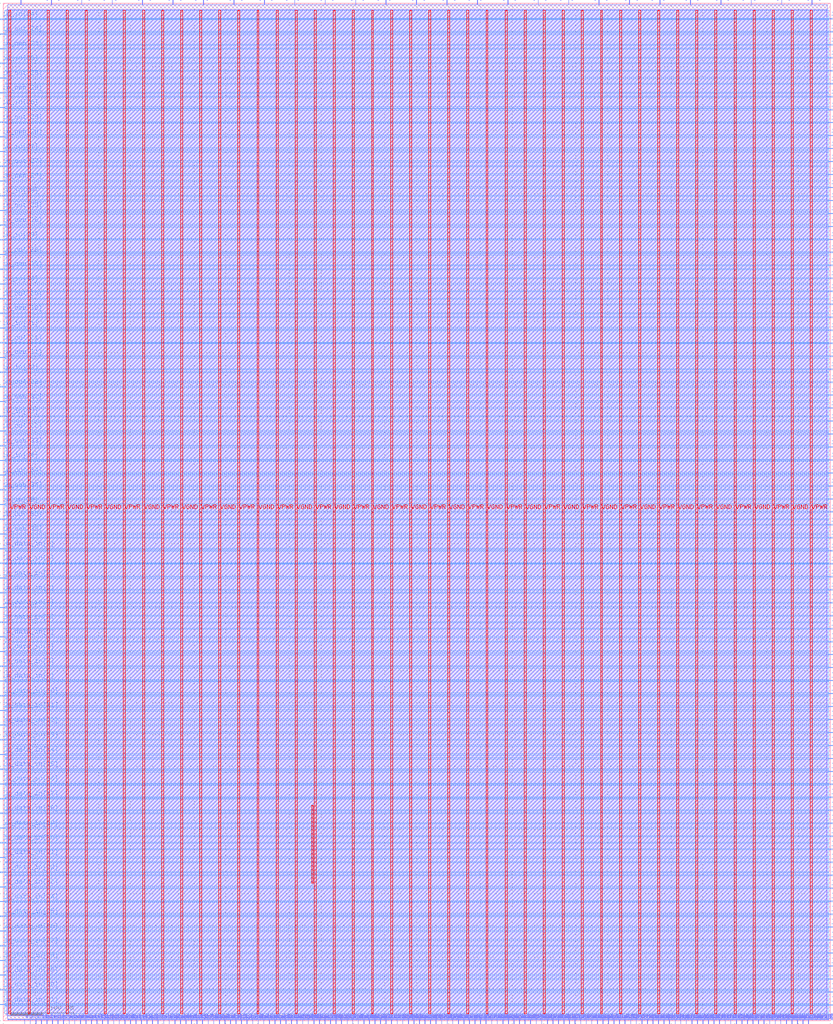
<source format=lef>
VERSION 5.7 ;
  NOWIREEXTENSIONATPIN ON ;
  DIVIDERCHAR "/" ;
  BUSBITCHARS "[]" ;
MACRO user_project_5
  CLASS BLOCK ;
  FOREIGN user_project_5 ;
  ORIGIN 0.000 0.000 ;
  SIZE 1300.000 BY 1600.000 ;
  PIN VGND
    DIRECTION INOUT ;
    USE GROUND ;
    PORT
      LAYER met4 ;
        RECT 38.970 10.640 42.070 1588.720 ;
    END
    PORT
      LAYER met4 ;
        RECT 98.970 10.640 102.070 1588.720 ;
    END
    PORT
      LAYER met4 ;
        RECT 158.970 10.640 162.070 1588.720 ;
    END
    PORT
      LAYER met4 ;
        RECT 218.970 10.640 222.070 1588.720 ;
    END
    PORT
      LAYER met4 ;
        RECT 278.970 10.640 282.070 1588.720 ;
    END
    PORT
      LAYER met4 ;
        RECT 338.970 10.640 342.070 1588.720 ;
    END
    PORT
      LAYER met4 ;
        RECT 398.970 10.640 402.070 1588.720 ;
    END
    PORT
      LAYER met4 ;
        RECT 458.970 10.640 462.070 1588.720 ;
    END
    PORT
      LAYER met4 ;
        RECT 518.970 10.640 522.070 1588.720 ;
    END
    PORT
      LAYER met4 ;
        RECT 578.970 10.640 582.070 1588.720 ;
    END
    PORT
      LAYER met4 ;
        RECT 638.970 10.640 642.070 1588.720 ;
    END
    PORT
      LAYER met4 ;
        RECT 698.970 10.640 702.070 1588.720 ;
    END
    PORT
      LAYER met4 ;
        RECT 758.970 10.640 762.070 1588.720 ;
    END
    PORT
      LAYER met4 ;
        RECT 818.970 10.640 822.070 1588.720 ;
    END
    PORT
      LAYER met4 ;
        RECT 878.970 10.640 882.070 1588.720 ;
    END
    PORT
      LAYER met4 ;
        RECT 938.970 10.640 942.070 1588.720 ;
    END
    PORT
      LAYER met4 ;
        RECT 998.970 10.640 1002.070 1588.720 ;
    END
    PORT
      LAYER met4 ;
        RECT 1058.970 10.640 1062.070 1588.720 ;
    END
    PORT
      LAYER met4 ;
        RECT 1118.970 10.640 1122.070 1588.720 ;
    END
    PORT
      LAYER met4 ;
        RECT 1178.970 10.640 1182.070 1588.720 ;
    END
    PORT
      LAYER met4 ;
        RECT 1238.970 10.640 1242.070 1588.720 ;
    END
  END VGND
  PIN VPWR
    DIRECTION INOUT ;
    USE POWER ;
    PORT
      LAYER met4 ;
        RECT 8.970 10.640 12.070 1588.720 ;
    END
    PORT
      LAYER met4 ;
        RECT 68.970 10.640 72.070 1588.720 ;
    END
    PORT
      LAYER met4 ;
        RECT 128.970 10.640 132.070 1588.720 ;
    END
    PORT
      LAYER met4 ;
        RECT 188.970 10.640 192.070 1588.720 ;
    END
    PORT
      LAYER met4 ;
        RECT 248.970 10.640 252.070 1588.720 ;
    END
    PORT
      LAYER met4 ;
        RECT 308.970 10.640 312.070 1588.720 ;
    END
    PORT
      LAYER met4 ;
        RECT 368.970 10.640 372.070 1588.720 ;
    END
    PORT
      LAYER met4 ;
        RECT 428.970 10.640 432.070 1588.720 ;
    END
    PORT
      LAYER met4 ;
        RECT 488.970 10.640 492.070 1588.720 ;
    END
    PORT
      LAYER met4 ;
        RECT 548.970 10.640 552.070 1588.720 ;
    END
    PORT
      LAYER met4 ;
        RECT 608.970 10.640 612.070 1588.720 ;
    END
    PORT
      LAYER met4 ;
        RECT 668.970 10.640 672.070 1588.720 ;
    END
    PORT
      LAYER met4 ;
        RECT 728.970 10.640 732.070 1588.720 ;
    END
    PORT
      LAYER met4 ;
        RECT 788.970 10.640 792.070 1588.720 ;
    END
    PORT
      LAYER met4 ;
        RECT 848.970 10.640 852.070 1588.720 ;
    END
    PORT
      LAYER met4 ;
        RECT 908.970 10.640 912.070 1588.720 ;
    END
    PORT
      LAYER met4 ;
        RECT 968.970 10.640 972.070 1588.720 ;
    END
    PORT
      LAYER met4 ;
        RECT 1028.970 10.640 1032.070 1588.720 ;
    END
    PORT
      LAYER met4 ;
        RECT 1088.970 10.640 1092.070 1588.720 ;
    END
    PORT
      LAYER met4 ;
        RECT 1148.970 10.640 1152.070 1588.720 ;
    END
    PORT
      LAYER met4 ;
        RECT 1208.970 10.640 1212.070 1588.720 ;
    END
    PORT
      LAYER met4 ;
        RECT 1268.970 10.640 1272.070 1588.720 ;
    END
  END VPWR
  PIN io_in[0]
    DIRECTION INPUT ;
    USE SIGNAL ;
    PORT
      LAYER met3 ;
        RECT 1297.600 677.020 1304.800 678.220 ;
    END
  END io_in[0]
  PIN io_in[10]
    DIRECTION INPUT ;
    USE SIGNAL ;
    PORT
      LAYER met3 ;
        RECT 1297.600 1289.020 1304.800 1290.220 ;
    END
  END io_in[10]
  PIN io_in[11]
    DIRECTION INPUT ;
    USE SIGNAL ;
    PORT
      LAYER met3 ;
        RECT 1297.600 1350.220 1304.800 1351.420 ;
    END
  END io_in[11]
  PIN io_in[12]
    DIRECTION INPUT ;
    USE SIGNAL ;
    PORT
      LAYER met3 ;
        RECT 1297.600 1411.420 1304.800 1412.620 ;
    END
  END io_in[12]
  PIN io_in[13]
    DIRECTION INPUT ;
    USE SIGNAL ;
    PORT
      LAYER met3 ;
        RECT 1297.600 1472.620 1304.800 1473.820 ;
    END
  END io_in[13]
  PIN io_in[14]
    DIRECTION INPUT ;
    USE SIGNAL ;
    PORT
      LAYER met3 ;
        RECT 1297.600 1533.820 1304.800 1535.020 ;
    END
  END io_in[14]
  PIN io_in[15]
    DIRECTION INPUT ;
    USE SIGNAL ;
    PORT
      LAYER met2 ;
        RECT 1271.390 1597.600 1271.950 1604.800 ;
    END
  END io_in[15]
  PIN io_in[16]
    DIRECTION INPUT ;
    USE SIGNAL ;
    PORT
      LAYER met2 ;
        RECT 1127.870 1597.600 1128.430 1604.800 ;
    END
  END io_in[16]
  PIN io_in[17]
    DIRECTION INPUT ;
    USE SIGNAL ;
    PORT
      LAYER met2 ;
        RECT 984.350 1597.600 984.910 1604.800 ;
    END
  END io_in[17]
  PIN io_in[18]
    DIRECTION INPUT ;
    USE SIGNAL ;
    PORT
      LAYER met2 ;
        RECT 840.830 1597.600 841.390 1604.800 ;
    END
  END io_in[18]
  PIN io_in[19]
    DIRECTION INPUT ;
    USE SIGNAL ;
    PORT
      LAYER met2 ;
        RECT 697.310 1597.600 697.870 1604.800 ;
    END
  END io_in[19]
  PIN io_in[1]
    DIRECTION INPUT ;
    USE SIGNAL ;
    PORT
      LAYER met3 ;
        RECT 1297.600 738.220 1304.800 739.420 ;
    END
  END io_in[1]
  PIN io_in[20]
    DIRECTION INPUT ;
    USE SIGNAL ;
    PORT
      LAYER met2 ;
        RECT 553.790 1597.600 554.350 1604.800 ;
    END
  END io_in[20]
  PIN io_in[21]
    DIRECTION INPUT ;
    USE SIGNAL ;
    PORT
      LAYER met2 ;
        RECT 410.270 1597.600 410.830 1604.800 ;
    END
  END io_in[21]
  PIN io_in[22]
    DIRECTION INPUT ;
    USE SIGNAL ;
    PORT
      LAYER met2 ;
        RECT 266.750 1597.600 267.310 1604.800 ;
    END
  END io_in[22]
  PIN io_in[23]
    DIRECTION INPUT ;
    USE SIGNAL ;
    PORT
      LAYER met2 ;
        RECT 123.230 1597.600 123.790 1604.800 ;
    END
  END io_in[23]
  PIN io_in[24]
    DIRECTION INPUT ;
    USE SIGNAL ;
    PORT
      LAYER met3 ;
        RECT -4.800 1573.940 2.400 1575.140 ;
    END
  END io_in[24]
  PIN io_in[25]
    DIRECTION INPUT ;
    USE SIGNAL ;
    PORT
      LAYER met3 ;
        RECT -4.800 1504.580 2.400 1505.780 ;
    END
  END io_in[25]
  PIN io_in[26]
    DIRECTION INPUT ;
    USE SIGNAL ;
    PORT
      LAYER met3 ;
        RECT -4.800 1435.220 2.400 1436.420 ;
    END
  END io_in[26]
  PIN io_in[27]
    DIRECTION INPUT ;
    USE SIGNAL ;
    PORT
      LAYER met3 ;
        RECT -4.800 1365.860 2.400 1367.060 ;
    END
  END io_in[27]
  PIN io_in[28]
    DIRECTION INPUT ;
    USE SIGNAL ;
    PORT
      LAYER met3 ;
        RECT -4.800 1296.500 2.400 1297.700 ;
    END
  END io_in[28]
  PIN io_in[29]
    DIRECTION INPUT ;
    USE SIGNAL ;
    PORT
      LAYER met3 ;
        RECT -4.800 1227.140 2.400 1228.340 ;
    END
  END io_in[29]
  PIN io_in[2]
    DIRECTION INPUT ;
    USE SIGNAL ;
    PORT
      LAYER met3 ;
        RECT 1297.600 799.420 1304.800 800.620 ;
    END
  END io_in[2]
  PIN io_in[30]
    DIRECTION INPUT ;
    USE SIGNAL ;
    PORT
      LAYER met3 ;
        RECT -4.800 1157.780 2.400 1158.980 ;
    END
  END io_in[30]
  PIN io_in[31]
    DIRECTION INPUT ;
    USE SIGNAL ;
    PORT
      LAYER met3 ;
        RECT -4.800 1088.420 2.400 1089.620 ;
    END
  END io_in[31]
  PIN io_in[32]
    DIRECTION INPUT ;
    USE SIGNAL ;
    PORT
      LAYER met3 ;
        RECT -4.800 1019.060 2.400 1020.260 ;
    END
  END io_in[32]
  PIN io_in[33]
    DIRECTION INPUT ;
    USE SIGNAL ;
    PORT
      LAYER met3 ;
        RECT -4.800 949.700 2.400 950.900 ;
    END
  END io_in[33]
  PIN io_in[34]
    DIRECTION INPUT ;
    USE SIGNAL ;
    PORT
      LAYER met3 ;
        RECT -4.800 880.340 2.400 881.540 ;
    END
  END io_in[34]
  PIN io_in[35]
    DIRECTION INPUT ;
    USE SIGNAL ;
    PORT
      LAYER met3 ;
        RECT -4.800 810.980 2.400 812.180 ;
    END
  END io_in[35]
  PIN io_in[3]
    DIRECTION INPUT ;
    USE SIGNAL ;
    PORT
      LAYER met3 ;
        RECT 1297.600 860.620 1304.800 861.820 ;
    END
  END io_in[3]
  PIN io_in[4]
    DIRECTION INPUT ;
    USE SIGNAL ;
    PORT
      LAYER met3 ;
        RECT 1297.600 921.820 1304.800 923.020 ;
    END
  END io_in[4]
  PIN io_in[5]
    DIRECTION INPUT ;
    USE SIGNAL ;
    PORT
      LAYER met3 ;
        RECT 1297.600 983.020 1304.800 984.220 ;
    END
  END io_in[5]
  PIN io_in[6]
    DIRECTION INPUT ;
    USE SIGNAL ;
    PORT
      LAYER met3 ;
        RECT 1297.600 1044.220 1304.800 1045.420 ;
    END
  END io_in[6]
  PIN io_in[7]
    DIRECTION INPUT ;
    USE SIGNAL ;
    PORT
      LAYER met3 ;
        RECT 1297.600 1105.420 1304.800 1106.620 ;
    END
  END io_in[7]
  PIN io_in[8]
    DIRECTION INPUT ;
    USE SIGNAL ;
    PORT
      LAYER met3 ;
        RECT 1297.600 1166.620 1304.800 1167.820 ;
    END
  END io_in[8]
  PIN io_in[9]
    DIRECTION INPUT ;
    USE SIGNAL ;
    PORT
      LAYER met3 ;
        RECT 1297.600 1227.820 1304.800 1229.020 ;
    END
  END io_in[9]
  PIN io_oeb[0]
    DIRECTION OUTPUT TRISTATE ;
    USE SIGNAL ;
    PORT
      LAYER met3 ;
        RECT 1297.600 717.820 1304.800 719.020 ;
    END
  END io_oeb[0]
  PIN io_oeb[10]
    DIRECTION OUTPUT TRISTATE ;
    USE SIGNAL ;
    PORT
      LAYER met3 ;
        RECT 1297.600 1329.820 1304.800 1331.020 ;
    END
  END io_oeb[10]
  PIN io_oeb[11]
    DIRECTION OUTPUT TRISTATE ;
    USE SIGNAL ;
    PORT
      LAYER met3 ;
        RECT 1297.600 1391.020 1304.800 1392.220 ;
    END
  END io_oeb[11]
  PIN io_oeb[12]
    DIRECTION OUTPUT TRISTATE ;
    USE SIGNAL ;
    PORT
      LAYER met3 ;
        RECT 1297.600 1452.220 1304.800 1453.420 ;
    END
  END io_oeb[12]
  PIN io_oeb[13]
    DIRECTION OUTPUT TRISTATE ;
    USE SIGNAL ;
    PORT
      LAYER met3 ;
        RECT 1297.600 1513.420 1304.800 1514.620 ;
    END
  END io_oeb[13]
  PIN io_oeb[14]
    DIRECTION OUTPUT TRISTATE ;
    USE SIGNAL ;
    PORT
      LAYER met3 ;
        RECT 1297.600 1574.620 1304.800 1575.820 ;
    END
  END io_oeb[14]
  PIN io_oeb[15]
    DIRECTION OUTPUT TRISTATE ;
    USE SIGNAL ;
    PORT
      LAYER met2 ;
        RECT 1175.710 1597.600 1176.270 1604.800 ;
    END
  END io_oeb[15]
  PIN io_oeb[16]
    DIRECTION OUTPUT TRISTATE ;
    USE SIGNAL ;
    PORT
      LAYER met2 ;
        RECT 1032.190 1597.600 1032.750 1604.800 ;
    END
  END io_oeb[16]
  PIN io_oeb[17]
    DIRECTION OUTPUT TRISTATE ;
    USE SIGNAL ;
    PORT
      LAYER met2 ;
        RECT 888.670 1597.600 889.230 1604.800 ;
    END
  END io_oeb[17]
  PIN io_oeb[18]
    DIRECTION OUTPUT TRISTATE ;
    USE SIGNAL ;
    PORT
      LAYER met2 ;
        RECT 745.150 1597.600 745.710 1604.800 ;
    END
  END io_oeb[18]
  PIN io_oeb[19]
    DIRECTION OUTPUT TRISTATE ;
    USE SIGNAL ;
    PORT
      LAYER met2 ;
        RECT 601.630 1597.600 602.190 1604.800 ;
    END
  END io_oeb[19]
  PIN io_oeb[1]
    DIRECTION OUTPUT TRISTATE ;
    USE SIGNAL ;
    PORT
      LAYER met3 ;
        RECT 1297.600 779.020 1304.800 780.220 ;
    END
  END io_oeb[1]
  PIN io_oeb[20]
    DIRECTION OUTPUT TRISTATE ;
    USE SIGNAL ;
    PORT
      LAYER met2 ;
        RECT 458.110 1597.600 458.670 1604.800 ;
    END
  END io_oeb[20]
  PIN io_oeb[21]
    DIRECTION OUTPUT TRISTATE ;
    USE SIGNAL ;
    PORT
      LAYER met2 ;
        RECT 314.590 1597.600 315.150 1604.800 ;
    END
  END io_oeb[21]
  PIN io_oeb[22]
    DIRECTION OUTPUT TRISTATE ;
    USE SIGNAL ;
    PORT
      LAYER met2 ;
        RECT 171.070 1597.600 171.630 1604.800 ;
    END
  END io_oeb[22]
  PIN io_oeb[23]
    DIRECTION OUTPUT TRISTATE ;
    USE SIGNAL ;
    PORT
      LAYER met2 ;
        RECT 27.550 1597.600 28.110 1604.800 ;
    END
  END io_oeb[23]
  PIN io_oeb[24]
    DIRECTION OUTPUT TRISTATE ;
    USE SIGNAL ;
    PORT
      LAYER met3 ;
        RECT -4.800 1527.700 2.400 1528.900 ;
    END
  END io_oeb[24]
  PIN io_oeb[25]
    DIRECTION OUTPUT TRISTATE ;
    USE SIGNAL ;
    PORT
      LAYER met3 ;
        RECT -4.800 1458.340 2.400 1459.540 ;
    END
  END io_oeb[25]
  PIN io_oeb[26]
    DIRECTION OUTPUT TRISTATE ;
    USE SIGNAL ;
    PORT
      LAYER met3 ;
        RECT -4.800 1388.980 2.400 1390.180 ;
    END
  END io_oeb[26]
  PIN io_oeb[27]
    DIRECTION OUTPUT TRISTATE ;
    USE SIGNAL ;
    PORT
      LAYER met3 ;
        RECT -4.800 1319.620 2.400 1320.820 ;
    END
  END io_oeb[27]
  PIN io_oeb[28]
    DIRECTION OUTPUT TRISTATE ;
    USE SIGNAL ;
    PORT
      LAYER met3 ;
        RECT -4.800 1250.260 2.400 1251.460 ;
    END
  END io_oeb[28]
  PIN io_oeb[29]
    DIRECTION OUTPUT TRISTATE ;
    USE SIGNAL ;
    PORT
      LAYER met3 ;
        RECT -4.800 1180.900 2.400 1182.100 ;
    END
  END io_oeb[29]
  PIN io_oeb[2]
    DIRECTION OUTPUT TRISTATE ;
    USE SIGNAL ;
    PORT
      LAYER met3 ;
        RECT 1297.600 840.220 1304.800 841.420 ;
    END
  END io_oeb[2]
  PIN io_oeb[30]
    DIRECTION OUTPUT TRISTATE ;
    USE SIGNAL ;
    PORT
      LAYER met3 ;
        RECT -4.800 1111.540 2.400 1112.740 ;
    END
  END io_oeb[30]
  PIN io_oeb[31]
    DIRECTION OUTPUT TRISTATE ;
    USE SIGNAL ;
    PORT
      LAYER met3 ;
        RECT -4.800 1042.180 2.400 1043.380 ;
    END
  END io_oeb[31]
  PIN io_oeb[32]
    DIRECTION OUTPUT TRISTATE ;
    USE SIGNAL ;
    PORT
      LAYER met3 ;
        RECT -4.800 972.820 2.400 974.020 ;
    END
  END io_oeb[32]
  PIN io_oeb[33]
    DIRECTION OUTPUT TRISTATE ;
    USE SIGNAL ;
    PORT
      LAYER met3 ;
        RECT -4.800 903.460 2.400 904.660 ;
    END
  END io_oeb[33]
  PIN io_oeb[34]
    DIRECTION OUTPUT TRISTATE ;
    USE SIGNAL ;
    PORT
      LAYER met3 ;
        RECT -4.800 834.100 2.400 835.300 ;
    END
  END io_oeb[34]
  PIN io_oeb[35]
    DIRECTION OUTPUT TRISTATE ;
    USE SIGNAL ;
    PORT
      LAYER met3 ;
        RECT -4.800 764.740 2.400 765.940 ;
    END
  END io_oeb[35]
  PIN io_oeb[3]
    DIRECTION OUTPUT TRISTATE ;
    USE SIGNAL ;
    PORT
      LAYER met3 ;
        RECT 1297.600 901.420 1304.800 902.620 ;
    END
  END io_oeb[3]
  PIN io_oeb[4]
    DIRECTION OUTPUT TRISTATE ;
    USE SIGNAL ;
    PORT
      LAYER met3 ;
        RECT 1297.600 962.620 1304.800 963.820 ;
    END
  END io_oeb[4]
  PIN io_oeb[5]
    DIRECTION OUTPUT TRISTATE ;
    USE SIGNAL ;
    PORT
      LAYER met3 ;
        RECT 1297.600 1023.820 1304.800 1025.020 ;
    END
  END io_oeb[5]
  PIN io_oeb[6]
    DIRECTION OUTPUT TRISTATE ;
    USE SIGNAL ;
    PORT
      LAYER met3 ;
        RECT 1297.600 1085.020 1304.800 1086.220 ;
    END
  END io_oeb[6]
  PIN io_oeb[7]
    DIRECTION OUTPUT TRISTATE ;
    USE SIGNAL ;
    PORT
      LAYER met3 ;
        RECT 1297.600 1146.220 1304.800 1147.420 ;
    END
  END io_oeb[7]
  PIN io_oeb[8]
    DIRECTION OUTPUT TRISTATE ;
    USE SIGNAL ;
    PORT
      LAYER met3 ;
        RECT 1297.600 1207.420 1304.800 1208.620 ;
    END
  END io_oeb[8]
  PIN io_oeb[9]
    DIRECTION OUTPUT TRISTATE ;
    USE SIGNAL ;
    PORT
      LAYER met3 ;
        RECT 1297.600 1268.620 1304.800 1269.820 ;
    END
  END io_oeb[9]
  PIN io_out[0]
    DIRECTION OUTPUT TRISTATE ;
    USE SIGNAL ;
    PORT
      LAYER met3 ;
        RECT 1297.600 697.420 1304.800 698.620 ;
    END
  END io_out[0]
  PIN io_out[10]
    DIRECTION OUTPUT TRISTATE ;
    USE SIGNAL ;
    PORT
      LAYER met3 ;
        RECT 1297.600 1309.420 1304.800 1310.620 ;
    END
  END io_out[10]
  PIN io_out[11]
    DIRECTION OUTPUT TRISTATE ;
    USE SIGNAL ;
    PORT
      LAYER met3 ;
        RECT 1297.600 1370.620 1304.800 1371.820 ;
    END
  END io_out[11]
  PIN io_out[12]
    DIRECTION OUTPUT TRISTATE ;
    USE SIGNAL ;
    PORT
      LAYER met3 ;
        RECT 1297.600 1431.820 1304.800 1433.020 ;
    END
  END io_out[12]
  PIN io_out[13]
    DIRECTION OUTPUT TRISTATE ;
    USE SIGNAL ;
    PORT
      LAYER met3 ;
        RECT 1297.600 1493.020 1304.800 1494.220 ;
    END
  END io_out[13]
  PIN io_out[14]
    DIRECTION OUTPUT TRISTATE ;
    USE SIGNAL ;
    PORT
      LAYER met3 ;
        RECT 1297.600 1554.220 1304.800 1555.420 ;
    END
  END io_out[14]
  PIN io_out[15]
    DIRECTION OUTPUT TRISTATE ;
    USE SIGNAL ;
    PORT
      LAYER met2 ;
        RECT 1223.550 1597.600 1224.110 1604.800 ;
    END
  END io_out[15]
  PIN io_out[16]
    DIRECTION OUTPUT TRISTATE ;
    USE SIGNAL ;
    PORT
      LAYER met2 ;
        RECT 1080.030 1597.600 1080.590 1604.800 ;
    END
  END io_out[16]
  PIN io_out[17]
    DIRECTION OUTPUT TRISTATE ;
    USE SIGNAL ;
    PORT
      LAYER met2 ;
        RECT 936.510 1597.600 937.070 1604.800 ;
    END
  END io_out[17]
  PIN io_out[18]
    DIRECTION OUTPUT TRISTATE ;
    USE SIGNAL ;
    PORT
      LAYER met2 ;
        RECT 792.990 1597.600 793.550 1604.800 ;
    END
  END io_out[18]
  PIN io_out[19]
    DIRECTION OUTPUT TRISTATE ;
    USE SIGNAL ;
    PORT
      LAYER met2 ;
        RECT 649.470 1597.600 650.030 1604.800 ;
    END
  END io_out[19]
  PIN io_out[1]
    DIRECTION OUTPUT TRISTATE ;
    USE SIGNAL ;
    PORT
      LAYER met3 ;
        RECT 1297.600 758.620 1304.800 759.820 ;
    END
  END io_out[1]
  PIN io_out[20]
    DIRECTION OUTPUT TRISTATE ;
    USE SIGNAL ;
    PORT
      LAYER met2 ;
        RECT 505.950 1597.600 506.510 1604.800 ;
    END
  END io_out[20]
  PIN io_out[21]
    DIRECTION OUTPUT TRISTATE ;
    USE SIGNAL ;
    PORT
      LAYER met2 ;
        RECT 362.430 1597.600 362.990 1604.800 ;
    END
  END io_out[21]
  PIN io_out[22]
    DIRECTION OUTPUT TRISTATE ;
    USE SIGNAL ;
    PORT
      LAYER met2 ;
        RECT 218.910 1597.600 219.470 1604.800 ;
    END
  END io_out[22]
  PIN io_out[23]
    DIRECTION OUTPUT TRISTATE ;
    USE SIGNAL ;
    PORT
      LAYER met2 ;
        RECT 75.390 1597.600 75.950 1604.800 ;
    END
  END io_out[23]
  PIN io_out[24]
    DIRECTION OUTPUT TRISTATE ;
    USE SIGNAL ;
    PORT
      LAYER met3 ;
        RECT -4.800 1550.820 2.400 1552.020 ;
    END
  END io_out[24]
  PIN io_out[25]
    DIRECTION OUTPUT TRISTATE ;
    USE SIGNAL ;
    PORT
      LAYER met3 ;
        RECT -4.800 1481.460 2.400 1482.660 ;
    END
  END io_out[25]
  PIN io_out[26]
    DIRECTION OUTPUT TRISTATE ;
    USE SIGNAL ;
    PORT
      LAYER met3 ;
        RECT -4.800 1412.100 2.400 1413.300 ;
    END
  END io_out[26]
  PIN io_out[27]
    DIRECTION OUTPUT TRISTATE ;
    USE SIGNAL ;
    PORT
      LAYER met3 ;
        RECT -4.800 1342.740 2.400 1343.940 ;
    END
  END io_out[27]
  PIN io_out[28]
    DIRECTION OUTPUT TRISTATE ;
    USE SIGNAL ;
    PORT
      LAYER met3 ;
        RECT -4.800 1273.380 2.400 1274.580 ;
    END
  END io_out[28]
  PIN io_out[29]
    DIRECTION OUTPUT TRISTATE ;
    USE SIGNAL ;
    PORT
      LAYER met3 ;
        RECT -4.800 1204.020 2.400 1205.220 ;
    END
  END io_out[29]
  PIN io_out[2]
    DIRECTION OUTPUT TRISTATE ;
    USE SIGNAL ;
    PORT
      LAYER met3 ;
        RECT 1297.600 819.820 1304.800 821.020 ;
    END
  END io_out[2]
  PIN io_out[30]
    DIRECTION OUTPUT TRISTATE ;
    USE SIGNAL ;
    PORT
      LAYER met3 ;
        RECT -4.800 1134.660 2.400 1135.860 ;
    END
  END io_out[30]
  PIN io_out[31]
    DIRECTION OUTPUT TRISTATE ;
    USE SIGNAL ;
    PORT
      LAYER met3 ;
        RECT -4.800 1065.300 2.400 1066.500 ;
    END
  END io_out[31]
  PIN io_out[32]
    DIRECTION OUTPUT TRISTATE ;
    USE SIGNAL ;
    PORT
      LAYER met3 ;
        RECT -4.800 995.940 2.400 997.140 ;
    END
  END io_out[32]
  PIN io_out[33]
    DIRECTION OUTPUT TRISTATE ;
    USE SIGNAL ;
    PORT
      LAYER met3 ;
        RECT -4.800 926.580 2.400 927.780 ;
    END
  END io_out[33]
  PIN io_out[34]
    DIRECTION OUTPUT TRISTATE ;
    USE SIGNAL ;
    PORT
      LAYER met3 ;
        RECT -4.800 857.220 2.400 858.420 ;
    END
  END io_out[34]
  PIN io_out[35]
    DIRECTION OUTPUT TRISTATE ;
    USE SIGNAL ;
    PORT
      LAYER met3 ;
        RECT -4.800 787.860 2.400 789.060 ;
    END
  END io_out[35]
  PIN io_out[3]
    DIRECTION OUTPUT TRISTATE ;
    USE SIGNAL ;
    PORT
      LAYER met3 ;
        RECT 1297.600 881.020 1304.800 882.220 ;
    END
  END io_out[3]
  PIN io_out[4]
    DIRECTION OUTPUT TRISTATE ;
    USE SIGNAL ;
    PORT
      LAYER met3 ;
        RECT 1297.600 942.220 1304.800 943.420 ;
    END
  END io_out[4]
  PIN io_out[5]
    DIRECTION OUTPUT TRISTATE ;
    USE SIGNAL ;
    PORT
      LAYER met3 ;
        RECT 1297.600 1003.420 1304.800 1004.620 ;
    END
  END io_out[5]
  PIN io_out[6]
    DIRECTION OUTPUT TRISTATE ;
    USE SIGNAL ;
    PORT
      LAYER met3 ;
        RECT 1297.600 1064.620 1304.800 1065.820 ;
    END
  END io_out[6]
  PIN io_out[7]
    DIRECTION OUTPUT TRISTATE ;
    USE SIGNAL ;
    PORT
      LAYER met3 ;
        RECT 1297.600 1125.820 1304.800 1127.020 ;
    END
  END io_out[7]
  PIN io_out[8]
    DIRECTION OUTPUT TRISTATE ;
    USE SIGNAL ;
    PORT
      LAYER met3 ;
        RECT 1297.600 1187.020 1304.800 1188.220 ;
    END
  END io_out[8]
  PIN io_out[9]
    DIRECTION OUTPUT TRISTATE ;
    USE SIGNAL ;
    PORT
      LAYER met3 ;
        RECT 1297.600 1248.220 1304.800 1249.420 ;
    END
  END io_out[9]
  PIN la_data_in[0]
    DIRECTION INPUT ;
    USE SIGNAL ;
    PORT
      LAYER met3 ;
        RECT -4.800 741.620 2.400 742.820 ;
    END
  END la_data_in[0]
  PIN la_data_in[10]
    DIRECTION INPUT ;
    USE SIGNAL ;
    PORT
      LAYER met3 ;
        RECT -4.800 510.420 2.400 511.620 ;
    END
  END la_data_in[10]
  PIN la_data_in[11]
    DIRECTION INPUT ;
    USE SIGNAL ;
    PORT
      LAYER met3 ;
        RECT -4.800 487.300 2.400 488.500 ;
    END
  END la_data_in[11]
  PIN la_data_in[12]
    DIRECTION INPUT ;
    USE SIGNAL ;
    PORT
      LAYER met3 ;
        RECT -4.800 464.180 2.400 465.380 ;
    END
  END la_data_in[12]
  PIN la_data_in[13]
    DIRECTION INPUT ;
    USE SIGNAL ;
    PORT
      LAYER met3 ;
        RECT -4.800 441.060 2.400 442.260 ;
    END
  END la_data_in[13]
  PIN la_data_in[14]
    DIRECTION INPUT ;
    USE SIGNAL ;
    PORT
      LAYER met3 ;
        RECT -4.800 417.940 2.400 419.140 ;
    END
  END la_data_in[14]
  PIN la_data_in[15]
    DIRECTION INPUT ;
    USE SIGNAL ;
    PORT
      LAYER met3 ;
        RECT -4.800 394.820 2.400 396.020 ;
    END
  END la_data_in[15]
  PIN la_data_in[16]
    DIRECTION INPUT ;
    USE SIGNAL ;
    PORT
      LAYER met3 ;
        RECT -4.800 371.700 2.400 372.900 ;
    END
  END la_data_in[16]
  PIN la_data_in[17]
    DIRECTION INPUT ;
    USE SIGNAL ;
    PORT
      LAYER met3 ;
        RECT -4.800 348.580 2.400 349.780 ;
    END
  END la_data_in[17]
  PIN la_data_in[18]
    DIRECTION INPUT ;
    USE SIGNAL ;
    PORT
      LAYER met3 ;
        RECT -4.800 325.460 2.400 326.660 ;
    END
  END la_data_in[18]
  PIN la_data_in[19]
    DIRECTION INPUT ;
    USE SIGNAL ;
    PORT
      LAYER met3 ;
        RECT -4.800 302.340 2.400 303.540 ;
    END
  END la_data_in[19]
  PIN la_data_in[1]
    DIRECTION INPUT ;
    USE SIGNAL ;
    PORT
      LAYER met3 ;
        RECT -4.800 718.500 2.400 719.700 ;
    END
  END la_data_in[1]
  PIN la_data_in[20]
    DIRECTION INPUT ;
    USE SIGNAL ;
    PORT
      LAYER met3 ;
        RECT -4.800 279.220 2.400 280.420 ;
    END
  END la_data_in[20]
  PIN la_data_in[21]
    DIRECTION INPUT ;
    USE SIGNAL ;
    PORT
      LAYER met3 ;
        RECT -4.800 256.100 2.400 257.300 ;
    END
  END la_data_in[21]
  PIN la_data_in[22]
    DIRECTION INPUT ;
    USE SIGNAL ;
    PORT
      LAYER met3 ;
        RECT -4.800 232.980 2.400 234.180 ;
    END
  END la_data_in[22]
  PIN la_data_in[23]
    DIRECTION INPUT ;
    USE SIGNAL ;
    PORT
      LAYER met3 ;
        RECT -4.800 209.860 2.400 211.060 ;
    END
  END la_data_in[23]
  PIN la_data_in[24]
    DIRECTION INPUT ;
    USE SIGNAL ;
    PORT
      LAYER met3 ;
        RECT -4.800 186.740 2.400 187.940 ;
    END
  END la_data_in[24]
  PIN la_data_in[25]
    DIRECTION INPUT ;
    USE SIGNAL ;
    PORT
      LAYER met3 ;
        RECT -4.800 163.620 2.400 164.820 ;
    END
  END la_data_in[25]
  PIN la_data_in[26]
    DIRECTION INPUT ;
    USE SIGNAL ;
    PORT
      LAYER met3 ;
        RECT -4.800 140.500 2.400 141.700 ;
    END
  END la_data_in[26]
  PIN la_data_in[27]
    DIRECTION INPUT ;
    USE SIGNAL ;
    PORT
      LAYER met3 ;
        RECT -4.800 117.380 2.400 118.580 ;
    END
  END la_data_in[27]
  PIN la_data_in[28]
    DIRECTION INPUT ;
    USE SIGNAL ;
    PORT
      LAYER met3 ;
        RECT -4.800 94.260 2.400 95.460 ;
    END
  END la_data_in[28]
  PIN la_data_in[29]
    DIRECTION INPUT ;
    USE SIGNAL ;
    PORT
      LAYER met3 ;
        RECT -4.800 71.140 2.400 72.340 ;
    END
  END la_data_in[29]
  PIN la_data_in[2]
    DIRECTION INPUT ;
    USE SIGNAL ;
    PORT
      LAYER met3 ;
        RECT -4.800 695.380 2.400 696.580 ;
    END
  END la_data_in[2]
  PIN la_data_in[30]
    DIRECTION INPUT ;
    USE SIGNAL ;
    PORT
      LAYER met3 ;
        RECT -4.800 48.020 2.400 49.220 ;
    END
  END la_data_in[30]
  PIN la_data_in[31]
    DIRECTION INPUT ;
    USE SIGNAL ;
    PORT
      LAYER met3 ;
        RECT -4.800 24.900 2.400 26.100 ;
    END
  END la_data_in[31]
  PIN la_data_in[3]
    DIRECTION INPUT ;
    USE SIGNAL ;
    PORT
      LAYER met3 ;
        RECT -4.800 672.260 2.400 673.460 ;
    END
  END la_data_in[3]
  PIN la_data_in[4]
    DIRECTION INPUT ;
    USE SIGNAL ;
    PORT
      LAYER met3 ;
        RECT -4.800 649.140 2.400 650.340 ;
    END
  END la_data_in[4]
  PIN la_data_in[5]
    DIRECTION INPUT ;
    USE SIGNAL ;
    PORT
      LAYER met3 ;
        RECT -4.800 626.020 2.400 627.220 ;
    END
  END la_data_in[5]
  PIN la_data_in[6]
    DIRECTION INPUT ;
    USE SIGNAL ;
    PORT
      LAYER met3 ;
        RECT -4.800 602.900 2.400 604.100 ;
    END
  END la_data_in[6]
  PIN la_data_in[7]
    DIRECTION INPUT ;
    USE SIGNAL ;
    PORT
      LAYER met3 ;
        RECT -4.800 579.780 2.400 580.980 ;
    END
  END la_data_in[7]
  PIN la_data_in[8]
    DIRECTION INPUT ;
    USE SIGNAL ;
    PORT
      LAYER met3 ;
        RECT -4.800 556.660 2.400 557.860 ;
    END
  END la_data_in[8]
  PIN la_data_in[9]
    DIRECTION INPUT ;
    USE SIGNAL ;
    PORT
      LAYER met3 ;
        RECT -4.800 533.540 2.400 534.740 ;
    END
  END la_data_in[9]
  PIN la_data_out[0]
    DIRECTION OUTPUT TRISTATE ;
    USE SIGNAL ;
    PORT
      LAYER met2 ;
        RECT 959.970 -4.800 960.530 2.400 ;
    END
  END la_data_out[0]
  PIN la_data_out[10]
    DIRECTION OUTPUT TRISTATE ;
    USE SIGNAL ;
    PORT
      LAYER met2 ;
        RECT 1047.370 -4.800 1047.930 2.400 ;
    END
  END la_data_out[10]
  PIN la_data_out[11]
    DIRECTION OUTPUT TRISTATE ;
    USE SIGNAL ;
    PORT
      LAYER met2 ;
        RECT 1056.110 -4.800 1056.670 2.400 ;
    END
  END la_data_out[11]
  PIN la_data_out[12]
    DIRECTION OUTPUT TRISTATE ;
    USE SIGNAL ;
    PORT
      LAYER met2 ;
        RECT 1064.850 -4.800 1065.410 2.400 ;
    END
  END la_data_out[12]
  PIN la_data_out[13]
    DIRECTION OUTPUT TRISTATE ;
    USE SIGNAL ;
    PORT
      LAYER met2 ;
        RECT 1073.590 -4.800 1074.150 2.400 ;
    END
  END la_data_out[13]
  PIN la_data_out[14]
    DIRECTION OUTPUT TRISTATE ;
    USE SIGNAL ;
    PORT
      LAYER met2 ;
        RECT 1082.330 -4.800 1082.890 2.400 ;
    END
  END la_data_out[14]
  PIN la_data_out[15]
    DIRECTION OUTPUT TRISTATE ;
    USE SIGNAL ;
    PORT
      LAYER met2 ;
        RECT 1091.070 -4.800 1091.630 2.400 ;
    END
  END la_data_out[15]
  PIN la_data_out[16]
    DIRECTION OUTPUT TRISTATE ;
    USE SIGNAL ;
    PORT
      LAYER met2 ;
        RECT 1099.810 -4.800 1100.370 2.400 ;
    END
  END la_data_out[16]
  PIN la_data_out[17]
    DIRECTION OUTPUT TRISTATE ;
    USE SIGNAL ;
    PORT
      LAYER met2 ;
        RECT 1108.550 -4.800 1109.110 2.400 ;
    END
  END la_data_out[17]
  PIN la_data_out[18]
    DIRECTION OUTPUT TRISTATE ;
    USE SIGNAL ;
    PORT
      LAYER met2 ;
        RECT 1117.290 -4.800 1117.850 2.400 ;
    END
  END la_data_out[18]
  PIN la_data_out[19]
    DIRECTION OUTPUT TRISTATE ;
    USE SIGNAL ;
    PORT
      LAYER met2 ;
        RECT 1126.030 -4.800 1126.590 2.400 ;
    END
  END la_data_out[19]
  PIN la_data_out[1]
    DIRECTION OUTPUT TRISTATE ;
    USE SIGNAL ;
    PORT
      LAYER met2 ;
        RECT 968.710 -4.800 969.270 2.400 ;
    END
  END la_data_out[1]
  PIN la_data_out[20]
    DIRECTION OUTPUT TRISTATE ;
    USE SIGNAL ;
    PORT
      LAYER met2 ;
        RECT 1134.770 -4.800 1135.330 2.400 ;
    END
  END la_data_out[20]
  PIN la_data_out[21]
    DIRECTION OUTPUT TRISTATE ;
    USE SIGNAL ;
    PORT
      LAYER met2 ;
        RECT 1143.510 -4.800 1144.070 2.400 ;
    END
  END la_data_out[21]
  PIN la_data_out[22]
    DIRECTION OUTPUT TRISTATE ;
    USE SIGNAL ;
    PORT
      LAYER met2 ;
        RECT 1152.250 -4.800 1152.810 2.400 ;
    END
  END la_data_out[22]
  PIN la_data_out[23]
    DIRECTION OUTPUT TRISTATE ;
    USE SIGNAL ;
    PORT
      LAYER met2 ;
        RECT 1160.990 -4.800 1161.550 2.400 ;
    END
  END la_data_out[23]
  PIN la_data_out[24]
    DIRECTION OUTPUT TRISTATE ;
    USE SIGNAL ;
    PORT
      LAYER met2 ;
        RECT 1169.730 -4.800 1170.290 2.400 ;
    END
  END la_data_out[24]
  PIN la_data_out[25]
    DIRECTION OUTPUT TRISTATE ;
    USE SIGNAL ;
    PORT
      LAYER met2 ;
        RECT 1178.470 -4.800 1179.030 2.400 ;
    END
  END la_data_out[25]
  PIN la_data_out[26]
    DIRECTION OUTPUT TRISTATE ;
    USE SIGNAL ;
    PORT
      LAYER met2 ;
        RECT 1187.210 -4.800 1187.770 2.400 ;
    END
  END la_data_out[26]
  PIN la_data_out[27]
    DIRECTION OUTPUT TRISTATE ;
    USE SIGNAL ;
    PORT
      LAYER met2 ;
        RECT 1195.950 -4.800 1196.510 2.400 ;
    END
  END la_data_out[27]
  PIN la_data_out[28]
    DIRECTION OUTPUT TRISTATE ;
    USE SIGNAL ;
    PORT
      LAYER met2 ;
        RECT 1204.690 -4.800 1205.250 2.400 ;
    END
  END la_data_out[28]
  PIN la_data_out[29]
    DIRECTION OUTPUT TRISTATE ;
    USE SIGNAL ;
    PORT
      LAYER met2 ;
        RECT 1213.430 -4.800 1213.990 2.400 ;
    END
  END la_data_out[29]
  PIN la_data_out[2]
    DIRECTION OUTPUT TRISTATE ;
    USE SIGNAL ;
    PORT
      LAYER met2 ;
        RECT 977.450 -4.800 978.010 2.400 ;
    END
  END la_data_out[2]
  PIN la_data_out[30]
    DIRECTION OUTPUT TRISTATE ;
    USE SIGNAL ;
    PORT
      LAYER met2 ;
        RECT 1222.170 -4.800 1222.730 2.400 ;
    END
  END la_data_out[30]
  PIN la_data_out[31]
    DIRECTION OUTPUT TRISTATE ;
    USE SIGNAL ;
    PORT
      LAYER met2 ;
        RECT 1230.910 -4.800 1231.470 2.400 ;
    END
  END la_data_out[31]
  PIN la_data_out[3]
    DIRECTION OUTPUT TRISTATE ;
    USE SIGNAL ;
    PORT
      LAYER met2 ;
        RECT 986.190 -4.800 986.750 2.400 ;
    END
  END la_data_out[3]
  PIN la_data_out[4]
    DIRECTION OUTPUT TRISTATE ;
    USE SIGNAL ;
    PORT
      LAYER met2 ;
        RECT 994.930 -4.800 995.490 2.400 ;
    END
  END la_data_out[4]
  PIN la_data_out[5]
    DIRECTION OUTPUT TRISTATE ;
    USE SIGNAL ;
    PORT
      LAYER met2 ;
        RECT 1003.670 -4.800 1004.230 2.400 ;
    END
  END la_data_out[5]
  PIN la_data_out[6]
    DIRECTION OUTPUT TRISTATE ;
    USE SIGNAL ;
    PORT
      LAYER met2 ;
        RECT 1012.410 -4.800 1012.970 2.400 ;
    END
  END la_data_out[6]
  PIN la_data_out[7]
    DIRECTION OUTPUT TRISTATE ;
    USE SIGNAL ;
    PORT
      LAYER met2 ;
        RECT 1021.150 -4.800 1021.710 2.400 ;
    END
  END la_data_out[7]
  PIN la_data_out[8]
    DIRECTION OUTPUT TRISTATE ;
    USE SIGNAL ;
    PORT
      LAYER met2 ;
        RECT 1029.890 -4.800 1030.450 2.400 ;
    END
  END la_data_out[8]
  PIN la_data_out[9]
    DIRECTION OUTPUT TRISTATE ;
    USE SIGNAL ;
    PORT
      LAYER met2 ;
        RECT 1038.630 -4.800 1039.190 2.400 ;
    END
  END la_data_out[9]
  PIN la_oenb[0]
    DIRECTION INPUT ;
    USE SIGNAL ;
    PORT
      LAYER met3 ;
        RECT 1297.600 24.220 1304.800 25.420 ;
    END
  END la_oenb[0]
  PIN la_oenb[10]
    DIRECTION INPUT ;
    USE SIGNAL ;
    PORT
      LAYER met3 ;
        RECT 1297.600 228.220 1304.800 229.420 ;
    END
  END la_oenb[10]
  PIN la_oenb[11]
    DIRECTION INPUT ;
    USE SIGNAL ;
    PORT
      LAYER met3 ;
        RECT 1297.600 248.620 1304.800 249.820 ;
    END
  END la_oenb[11]
  PIN la_oenb[12]
    DIRECTION INPUT ;
    USE SIGNAL ;
    PORT
      LAYER met3 ;
        RECT 1297.600 269.020 1304.800 270.220 ;
    END
  END la_oenb[12]
  PIN la_oenb[13]
    DIRECTION INPUT ;
    USE SIGNAL ;
    PORT
      LAYER met3 ;
        RECT 1297.600 289.420 1304.800 290.620 ;
    END
  END la_oenb[13]
  PIN la_oenb[14]
    DIRECTION INPUT ;
    USE SIGNAL ;
    PORT
      LAYER met3 ;
        RECT 1297.600 309.820 1304.800 311.020 ;
    END
  END la_oenb[14]
  PIN la_oenb[15]
    DIRECTION INPUT ;
    USE SIGNAL ;
    PORT
      LAYER met3 ;
        RECT 1297.600 330.220 1304.800 331.420 ;
    END
  END la_oenb[15]
  PIN la_oenb[16]
    DIRECTION INPUT ;
    USE SIGNAL ;
    PORT
      LAYER met3 ;
        RECT 1297.600 350.620 1304.800 351.820 ;
    END
  END la_oenb[16]
  PIN la_oenb[17]
    DIRECTION INPUT ;
    USE SIGNAL ;
    PORT
      LAYER met3 ;
        RECT 1297.600 371.020 1304.800 372.220 ;
    END
  END la_oenb[17]
  PIN la_oenb[18]
    DIRECTION INPUT ;
    USE SIGNAL ;
    PORT
      LAYER met3 ;
        RECT 1297.600 391.420 1304.800 392.620 ;
    END
  END la_oenb[18]
  PIN la_oenb[19]
    DIRECTION INPUT ;
    USE SIGNAL ;
    PORT
      LAYER met3 ;
        RECT 1297.600 411.820 1304.800 413.020 ;
    END
  END la_oenb[19]
  PIN la_oenb[1]
    DIRECTION INPUT ;
    USE SIGNAL ;
    PORT
      LAYER met3 ;
        RECT 1297.600 44.620 1304.800 45.820 ;
    END
  END la_oenb[1]
  PIN la_oenb[20]
    DIRECTION INPUT ;
    USE SIGNAL ;
    PORT
      LAYER met3 ;
        RECT 1297.600 432.220 1304.800 433.420 ;
    END
  END la_oenb[20]
  PIN la_oenb[21]
    DIRECTION INPUT ;
    USE SIGNAL ;
    PORT
      LAYER met3 ;
        RECT 1297.600 452.620 1304.800 453.820 ;
    END
  END la_oenb[21]
  PIN la_oenb[22]
    DIRECTION INPUT ;
    USE SIGNAL ;
    PORT
      LAYER met3 ;
        RECT 1297.600 473.020 1304.800 474.220 ;
    END
  END la_oenb[22]
  PIN la_oenb[23]
    DIRECTION INPUT ;
    USE SIGNAL ;
    PORT
      LAYER met3 ;
        RECT 1297.600 493.420 1304.800 494.620 ;
    END
  END la_oenb[23]
  PIN la_oenb[24]
    DIRECTION INPUT ;
    USE SIGNAL ;
    PORT
      LAYER met3 ;
        RECT 1297.600 513.820 1304.800 515.020 ;
    END
  END la_oenb[24]
  PIN la_oenb[25]
    DIRECTION INPUT ;
    USE SIGNAL ;
    PORT
      LAYER met3 ;
        RECT 1297.600 534.220 1304.800 535.420 ;
    END
  END la_oenb[25]
  PIN la_oenb[26]
    DIRECTION INPUT ;
    USE SIGNAL ;
    PORT
      LAYER met3 ;
        RECT 1297.600 554.620 1304.800 555.820 ;
    END
  END la_oenb[26]
  PIN la_oenb[27]
    DIRECTION INPUT ;
    USE SIGNAL ;
    PORT
      LAYER met3 ;
        RECT 1297.600 575.020 1304.800 576.220 ;
    END
  END la_oenb[27]
  PIN la_oenb[28]
    DIRECTION INPUT ;
    USE SIGNAL ;
    PORT
      LAYER met3 ;
        RECT 1297.600 595.420 1304.800 596.620 ;
    END
  END la_oenb[28]
  PIN la_oenb[29]
    DIRECTION INPUT ;
    USE SIGNAL ;
    PORT
      LAYER met3 ;
        RECT 1297.600 615.820 1304.800 617.020 ;
    END
  END la_oenb[29]
  PIN la_oenb[2]
    DIRECTION INPUT ;
    USE SIGNAL ;
    PORT
      LAYER met3 ;
        RECT 1297.600 65.020 1304.800 66.220 ;
    END
  END la_oenb[2]
  PIN la_oenb[30]
    DIRECTION INPUT ;
    USE SIGNAL ;
    PORT
      LAYER met3 ;
        RECT 1297.600 636.220 1304.800 637.420 ;
    END
  END la_oenb[30]
  PIN la_oenb[31]
    DIRECTION INPUT ;
    USE SIGNAL ;
    PORT
      LAYER met3 ;
        RECT 1297.600 656.620 1304.800 657.820 ;
    END
  END la_oenb[31]
  PIN la_oenb[3]
    DIRECTION INPUT ;
    USE SIGNAL ;
    PORT
      LAYER met3 ;
        RECT 1297.600 85.420 1304.800 86.620 ;
    END
  END la_oenb[3]
  PIN la_oenb[4]
    DIRECTION INPUT ;
    USE SIGNAL ;
    PORT
      LAYER met3 ;
        RECT 1297.600 105.820 1304.800 107.020 ;
    END
  END la_oenb[4]
  PIN la_oenb[5]
    DIRECTION INPUT ;
    USE SIGNAL ;
    PORT
      LAYER met3 ;
        RECT 1297.600 126.220 1304.800 127.420 ;
    END
  END la_oenb[5]
  PIN la_oenb[6]
    DIRECTION INPUT ;
    USE SIGNAL ;
    PORT
      LAYER met3 ;
        RECT 1297.600 146.620 1304.800 147.820 ;
    END
  END la_oenb[6]
  PIN la_oenb[7]
    DIRECTION INPUT ;
    USE SIGNAL ;
    PORT
      LAYER met3 ;
        RECT 1297.600 167.020 1304.800 168.220 ;
    END
  END la_oenb[7]
  PIN la_oenb[8]
    DIRECTION INPUT ;
    USE SIGNAL ;
    PORT
      LAYER met3 ;
        RECT 1297.600 187.420 1304.800 188.620 ;
    END
  END la_oenb[8]
  PIN la_oenb[9]
    DIRECTION INPUT ;
    USE SIGNAL ;
    PORT
      LAYER met3 ;
        RECT 1297.600 207.820 1304.800 209.020 ;
    END
  END la_oenb[9]
  PIN user_clock2
    DIRECTION INPUT ;
    USE SIGNAL ;
    PORT
      LAYER met2 ;
        RECT 1239.650 -4.800 1240.210 2.400 ;
    END
  END user_clock2
  PIN user_irq[0]
    DIRECTION OUTPUT TRISTATE ;
    USE SIGNAL ;
    PORT
      LAYER met2 ;
        RECT 1248.390 -4.800 1248.950 2.400 ;
    END
  END user_irq[0]
  PIN user_irq[1]
    DIRECTION OUTPUT TRISTATE ;
    USE SIGNAL ;
    PORT
      LAYER met2 ;
        RECT 1257.130 -4.800 1257.690 2.400 ;
    END
  END user_irq[1]
  PIN user_irq[2]
    DIRECTION OUTPUT TRISTATE ;
    USE SIGNAL ;
    PORT
      LAYER met2 ;
        RECT 1265.870 -4.800 1266.430 2.400 ;
    END
  END user_irq[2]
  PIN wb_clk_i
    DIRECTION INPUT ;
    USE SIGNAL ;
    PORT
      LAYER met2 ;
        RECT 33.530 -4.800 34.090 2.400 ;
    END
  END wb_clk_i
  PIN wb_rst_i
    DIRECTION INPUT ;
    USE SIGNAL ;
    PORT
      LAYER met2 ;
        RECT 42.270 -4.800 42.830 2.400 ;
    END
  END wb_rst_i
  PIN wbs_ack_o
    DIRECTION OUTPUT TRISTATE ;
    USE SIGNAL ;
    PORT
      LAYER met2 ;
        RECT 51.010 -4.800 51.570 2.400 ;
    END
  END wbs_ack_o
  PIN wbs_adr_i[0]
    DIRECTION INPUT ;
    USE SIGNAL ;
    PORT
      LAYER met2 ;
        RECT 85.970 -4.800 86.530 2.400 ;
    END
  END wbs_adr_i[0]
  PIN wbs_adr_i[10]
    DIRECTION INPUT ;
    USE SIGNAL ;
    PORT
      LAYER met2 ;
        RECT 383.130 -4.800 383.690 2.400 ;
    END
  END wbs_adr_i[10]
  PIN wbs_adr_i[11]
    DIRECTION INPUT ;
    USE SIGNAL ;
    PORT
      LAYER met2 ;
        RECT 409.350 -4.800 409.910 2.400 ;
    END
  END wbs_adr_i[11]
  PIN wbs_adr_i[12]
    DIRECTION INPUT ;
    USE SIGNAL ;
    PORT
      LAYER met2 ;
        RECT 435.570 -4.800 436.130 2.400 ;
    END
  END wbs_adr_i[12]
  PIN wbs_adr_i[13]
    DIRECTION INPUT ;
    USE SIGNAL ;
    PORT
      LAYER met2 ;
        RECT 461.790 -4.800 462.350 2.400 ;
    END
  END wbs_adr_i[13]
  PIN wbs_adr_i[14]
    DIRECTION INPUT ;
    USE SIGNAL ;
    PORT
      LAYER met2 ;
        RECT 488.010 -4.800 488.570 2.400 ;
    END
  END wbs_adr_i[14]
  PIN wbs_adr_i[15]
    DIRECTION INPUT ;
    USE SIGNAL ;
    PORT
      LAYER met2 ;
        RECT 514.230 -4.800 514.790 2.400 ;
    END
  END wbs_adr_i[15]
  PIN wbs_adr_i[16]
    DIRECTION INPUT ;
    USE SIGNAL ;
    PORT
      LAYER met2 ;
        RECT 540.450 -4.800 541.010 2.400 ;
    END
  END wbs_adr_i[16]
  PIN wbs_adr_i[17]
    DIRECTION INPUT ;
    USE SIGNAL ;
    PORT
      LAYER met2 ;
        RECT 566.670 -4.800 567.230 2.400 ;
    END
  END wbs_adr_i[17]
  PIN wbs_adr_i[18]
    DIRECTION INPUT ;
    USE SIGNAL ;
    PORT
      LAYER met2 ;
        RECT 592.890 -4.800 593.450 2.400 ;
    END
  END wbs_adr_i[18]
  PIN wbs_adr_i[19]
    DIRECTION INPUT ;
    USE SIGNAL ;
    PORT
      LAYER met2 ;
        RECT 619.110 -4.800 619.670 2.400 ;
    END
  END wbs_adr_i[19]
  PIN wbs_adr_i[1]
    DIRECTION INPUT ;
    USE SIGNAL ;
    PORT
      LAYER met2 ;
        RECT 120.930 -4.800 121.490 2.400 ;
    END
  END wbs_adr_i[1]
  PIN wbs_adr_i[20]
    DIRECTION INPUT ;
    USE SIGNAL ;
    PORT
      LAYER met2 ;
        RECT 645.330 -4.800 645.890 2.400 ;
    END
  END wbs_adr_i[20]
  PIN wbs_adr_i[21]
    DIRECTION INPUT ;
    USE SIGNAL ;
    PORT
      LAYER met2 ;
        RECT 671.550 -4.800 672.110 2.400 ;
    END
  END wbs_adr_i[21]
  PIN wbs_adr_i[22]
    DIRECTION INPUT ;
    USE SIGNAL ;
    PORT
      LAYER met2 ;
        RECT 697.770 -4.800 698.330 2.400 ;
    END
  END wbs_adr_i[22]
  PIN wbs_adr_i[23]
    DIRECTION INPUT ;
    USE SIGNAL ;
    PORT
      LAYER met2 ;
        RECT 723.990 -4.800 724.550 2.400 ;
    END
  END wbs_adr_i[23]
  PIN wbs_adr_i[24]
    DIRECTION INPUT ;
    USE SIGNAL ;
    PORT
      LAYER met2 ;
        RECT 750.210 -4.800 750.770 2.400 ;
    END
  END wbs_adr_i[24]
  PIN wbs_adr_i[25]
    DIRECTION INPUT ;
    USE SIGNAL ;
    PORT
      LAYER met2 ;
        RECT 776.430 -4.800 776.990 2.400 ;
    END
  END wbs_adr_i[25]
  PIN wbs_adr_i[26]
    DIRECTION INPUT ;
    USE SIGNAL ;
    PORT
      LAYER met2 ;
        RECT 802.650 -4.800 803.210 2.400 ;
    END
  END wbs_adr_i[26]
  PIN wbs_adr_i[27]
    DIRECTION INPUT ;
    USE SIGNAL ;
    PORT
      LAYER met2 ;
        RECT 828.870 -4.800 829.430 2.400 ;
    END
  END wbs_adr_i[27]
  PIN wbs_adr_i[28]
    DIRECTION INPUT ;
    USE SIGNAL ;
    PORT
      LAYER met2 ;
        RECT 855.090 -4.800 855.650 2.400 ;
    END
  END wbs_adr_i[28]
  PIN wbs_adr_i[29]
    DIRECTION INPUT ;
    USE SIGNAL ;
    PORT
      LAYER met2 ;
        RECT 881.310 -4.800 881.870 2.400 ;
    END
  END wbs_adr_i[29]
  PIN wbs_adr_i[2]
    DIRECTION INPUT ;
    USE SIGNAL ;
    PORT
      LAYER met2 ;
        RECT 155.890 -4.800 156.450 2.400 ;
    END
  END wbs_adr_i[2]
  PIN wbs_adr_i[30]
    DIRECTION INPUT ;
    USE SIGNAL ;
    PORT
      LAYER met2 ;
        RECT 907.530 -4.800 908.090 2.400 ;
    END
  END wbs_adr_i[30]
  PIN wbs_adr_i[31]
    DIRECTION INPUT ;
    USE SIGNAL ;
    PORT
      LAYER met2 ;
        RECT 933.750 -4.800 934.310 2.400 ;
    END
  END wbs_adr_i[31]
  PIN wbs_adr_i[3]
    DIRECTION INPUT ;
    USE SIGNAL ;
    PORT
      LAYER met2 ;
        RECT 190.850 -4.800 191.410 2.400 ;
    END
  END wbs_adr_i[3]
  PIN wbs_adr_i[4]
    DIRECTION INPUT ;
    USE SIGNAL ;
    PORT
      LAYER met2 ;
        RECT 225.810 -4.800 226.370 2.400 ;
    END
  END wbs_adr_i[4]
  PIN wbs_adr_i[5]
    DIRECTION INPUT ;
    USE SIGNAL ;
    PORT
      LAYER met2 ;
        RECT 252.030 -4.800 252.590 2.400 ;
    END
  END wbs_adr_i[5]
  PIN wbs_adr_i[6]
    DIRECTION INPUT ;
    USE SIGNAL ;
    PORT
      LAYER met2 ;
        RECT 278.250 -4.800 278.810 2.400 ;
    END
  END wbs_adr_i[6]
  PIN wbs_adr_i[7]
    DIRECTION INPUT ;
    USE SIGNAL ;
    PORT
      LAYER met2 ;
        RECT 304.470 -4.800 305.030 2.400 ;
    END
  END wbs_adr_i[7]
  PIN wbs_adr_i[8]
    DIRECTION INPUT ;
    USE SIGNAL ;
    PORT
      LAYER met2 ;
        RECT 330.690 -4.800 331.250 2.400 ;
    END
  END wbs_adr_i[8]
  PIN wbs_adr_i[9]
    DIRECTION INPUT ;
    USE SIGNAL ;
    PORT
      LAYER met2 ;
        RECT 356.910 -4.800 357.470 2.400 ;
    END
  END wbs_adr_i[9]
  PIN wbs_cyc_i
    DIRECTION INPUT ;
    USE SIGNAL ;
    PORT
      LAYER met2 ;
        RECT 59.750 -4.800 60.310 2.400 ;
    END
  END wbs_cyc_i
  PIN wbs_dat_i[0]
    DIRECTION INPUT ;
    USE SIGNAL ;
    PORT
      LAYER met2 ;
        RECT 94.710 -4.800 95.270 2.400 ;
    END
  END wbs_dat_i[0]
  PIN wbs_dat_i[10]
    DIRECTION INPUT ;
    USE SIGNAL ;
    PORT
      LAYER met2 ;
        RECT 391.870 -4.800 392.430 2.400 ;
    END
  END wbs_dat_i[10]
  PIN wbs_dat_i[11]
    DIRECTION INPUT ;
    USE SIGNAL ;
    PORT
      LAYER met2 ;
        RECT 418.090 -4.800 418.650 2.400 ;
    END
  END wbs_dat_i[11]
  PIN wbs_dat_i[12]
    DIRECTION INPUT ;
    USE SIGNAL ;
    PORT
      LAYER met2 ;
        RECT 444.310 -4.800 444.870 2.400 ;
    END
  END wbs_dat_i[12]
  PIN wbs_dat_i[13]
    DIRECTION INPUT ;
    USE SIGNAL ;
    PORT
      LAYER met2 ;
        RECT 470.530 -4.800 471.090 2.400 ;
    END
  END wbs_dat_i[13]
  PIN wbs_dat_i[14]
    DIRECTION INPUT ;
    USE SIGNAL ;
    PORT
      LAYER met2 ;
        RECT 496.750 -4.800 497.310 2.400 ;
    END
  END wbs_dat_i[14]
  PIN wbs_dat_i[15]
    DIRECTION INPUT ;
    USE SIGNAL ;
    PORT
      LAYER met2 ;
        RECT 522.970 -4.800 523.530 2.400 ;
    END
  END wbs_dat_i[15]
  PIN wbs_dat_i[16]
    DIRECTION INPUT ;
    USE SIGNAL ;
    PORT
      LAYER met2 ;
        RECT 549.190 -4.800 549.750 2.400 ;
    END
  END wbs_dat_i[16]
  PIN wbs_dat_i[17]
    DIRECTION INPUT ;
    USE SIGNAL ;
    PORT
      LAYER met2 ;
        RECT 575.410 -4.800 575.970 2.400 ;
    END
  END wbs_dat_i[17]
  PIN wbs_dat_i[18]
    DIRECTION INPUT ;
    USE SIGNAL ;
    PORT
      LAYER met2 ;
        RECT 601.630 -4.800 602.190 2.400 ;
    END
  END wbs_dat_i[18]
  PIN wbs_dat_i[19]
    DIRECTION INPUT ;
    USE SIGNAL ;
    PORT
      LAYER met2 ;
        RECT 627.850 -4.800 628.410 2.400 ;
    END
  END wbs_dat_i[19]
  PIN wbs_dat_i[1]
    DIRECTION INPUT ;
    USE SIGNAL ;
    PORT
      LAYER met2 ;
        RECT 129.670 -4.800 130.230 2.400 ;
    END
  END wbs_dat_i[1]
  PIN wbs_dat_i[20]
    DIRECTION INPUT ;
    USE SIGNAL ;
    PORT
      LAYER met2 ;
        RECT 654.070 -4.800 654.630 2.400 ;
    END
  END wbs_dat_i[20]
  PIN wbs_dat_i[21]
    DIRECTION INPUT ;
    USE SIGNAL ;
    PORT
      LAYER met2 ;
        RECT 680.290 -4.800 680.850 2.400 ;
    END
  END wbs_dat_i[21]
  PIN wbs_dat_i[22]
    DIRECTION INPUT ;
    USE SIGNAL ;
    PORT
      LAYER met2 ;
        RECT 706.510 -4.800 707.070 2.400 ;
    END
  END wbs_dat_i[22]
  PIN wbs_dat_i[23]
    DIRECTION INPUT ;
    USE SIGNAL ;
    PORT
      LAYER met2 ;
        RECT 732.730 -4.800 733.290 2.400 ;
    END
  END wbs_dat_i[23]
  PIN wbs_dat_i[24]
    DIRECTION INPUT ;
    USE SIGNAL ;
    PORT
      LAYER met2 ;
        RECT 758.950 -4.800 759.510 2.400 ;
    END
  END wbs_dat_i[24]
  PIN wbs_dat_i[25]
    DIRECTION INPUT ;
    USE SIGNAL ;
    PORT
      LAYER met2 ;
        RECT 785.170 -4.800 785.730 2.400 ;
    END
  END wbs_dat_i[25]
  PIN wbs_dat_i[26]
    DIRECTION INPUT ;
    USE SIGNAL ;
    PORT
      LAYER met2 ;
        RECT 811.390 -4.800 811.950 2.400 ;
    END
  END wbs_dat_i[26]
  PIN wbs_dat_i[27]
    DIRECTION INPUT ;
    USE SIGNAL ;
    PORT
      LAYER met2 ;
        RECT 837.610 -4.800 838.170 2.400 ;
    END
  END wbs_dat_i[27]
  PIN wbs_dat_i[28]
    DIRECTION INPUT ;
    USE SIGNAL ;
    PORT
      LAYER met2 ;
        RECT 863.830 -4.800 864.390 2.400 ;
    END
  END wbs_dat_i[28]
  PIN wbs_dat_i[29]
    DIRECTION INPUT ;
    USE SIGNAL ;
    PORT
      LAYER met2 ;
        RECT 890.050 -4.800 890.610 2.400 ;
    END
  END wbs_dat_i[29]
  PIN wbs_dat_i[2]
    DIRECTION INPUT ;
    USE SIGNAL ;
    PORT
      LAYER met2 ;
        RECT 164.630 -4.800 165.190 2.400 ;
    END
  END wbs_dat_i[2]
  PIN wbs_dat_i[30]
    DIRECTION INPUT ;
    USE SIGNAL ;
    PORT
      LAYER met2 ;
        RECT 916.270 -4.800 916.830 2.400 ;
    END
  END wbs_dat_i[30]
  PIN wbs_dat_i[31]
    DIRECTION INPUT ;
    USE SIGNAL ;
    PORT
      LAYER met2 ;
        RECT 942.490 -4.800 943.050 2.400 ;
    END
  END wbs_dat_i[31]
  PIN wbs_dat_i[3]
    DIRECTION INPUT ;
    USE SIGNAL ;
    PORT
      LAYER met2 ;
        RECT 199.590 -4.800 200.150 2.400 ;
    END
  END wbs_dat_i[3]
  PIN wbs_dat_i[4]
    DIRECTION INPUT ;
    USE SIGNAL ;
    PORT
      LAYER met2 ;
        RECT 234.550 -4.800 235.110 2.400 ;
    END
  END wbs_dat_i[4]
  PIN wbs_dat_i[5]
    DIRECTION INPUT ;
    USE SIGNAL ;
    PORT
      LAYER met2 ;
        RECT 260.770 -4.800 261.330 2.400 ;
    END
  END wbs_dat_i[5]
  PIN wbs_dat_i[6]
    DIRECTION INPUT ;
    USE SIGNAL ;
    PORT
      LAYER met2 ;
        RECT 286.990 -4.800 287.550 2.400 ;
    END
  END wbs_dat_i[6]
  PIN wbs_dat_i[7]
    DIRECTION INPUT ;
    USE SIGNAL ;
    PORT
      LAYER met2 ;
        RECT 313.210 -4.800 313.770 2.400 ;
    END
  END wbs_dat_i[7]
  PIN wbs_dat_i[8]
    DIRECTION INPUT ;
    USE SIGNAL ;
    PORT
      LAYER met2 ;
        RECT 339.430 -4.800 339.990 2.400 ;
    END
  END wbs_dat_i[8]
  PIN wbs_dat_i[9]
    DIRECTION INPUT ;
    USE SIGNAL ;
    PORT
      LAYER met2 ;
        RECT 365.650 -4.800 366.210 2.400 ;
    END
  END wbs_dat_i[9]
  PIN wbs_dat_o[0]
    DIRECTION OUTPUT TRISTATE ;
    USE SIGNAL ;
    PORT
      LAYER met2 ;
        RECT 103.450 -4.800 104.010 2.400 ;
    END
  END wbs_dat_o[0]
  PIN wbs_dat_o[10]
    DIRECTION OUTPUT TRISTATE ;
    USE SIGNAL ;
    PORT
      LAYER met2 ;
        RECT 400.610 -4.800 401.170 2.400 ;
    END
  END wbs_dat_o[10]
  PIN wbs_dat_o[11]
    DIRECTION OUTPUT TRISTATE ;
    USE SIGNAL ;
    PORT
      LAYER met2 ;
        RECT 426.830 -4.800 427.390 2.400 ;
    END
  END wbs_dat_o[11]
  PIN wbs_dat_o[12]
    DIRECTION OUTPUT TRISTATE ;
    USE SIGNAL ;
    PORT
      LAYER met2 ;
        RECT 453.050 -4.800 453.610 2.400 ;
    END
  END wbs_dat_o[12]
  PIN wbs_dat_o[13]
    DIRECTION OUTPUT TRISTATE ;
    USE SIGNAL ;
    PORT
      LAYER met2 ;
        RECT 479.270 -4.800 479.830 2.400 ;
    END
  END wbs_dat_o[13]
  PIN wbs_dat_o[14]
    DIRECTION OUTPUT TRISTATE ;
    USE SIGNAL ;
    PORT
      LAYER met2 ;
        RECT 505.490 -4.800 506.050 2.400 ;
    END
  END wbs_dat_o[14]
  PIN wbs_dat_o[15]
    DIRECTION OUTPUT TRISTATE ;
    USE SIGNAL ;
    PORT
      LAYER met2 ;
        RECT 531.710 -4.800 532.270 2.400 ;
    END
  END wbs_dat_o[15]
  PIN wbs_dat_o[16]
    DIRECTION OUTPUT TRISTATE ;
    USE SIGNAL ;
    PORT
      LAYER met2 ;
        RECT 557.930 -4.800 558.490 2.400 ;
    END
  END wbs_dat_o[16]
  PIN wbs_dat_o[17]
    DIRECTION OUTPUT TRISTATE ;
    USE SIGNAL ;
    PORT
      LAYER met2 ;
        RECT 584.150 -4.800 584.710 2.400 ;
    END
  END wbs_dat_o[17]
  PIN wbs_dat_o[18]
    DIRECTION OUTPUT TRISTATE ;
    USE SIGNAL ;
    PORT
      LAYER met2 ;
        RECT 610.370 -4.800 610.930 2.400 ;
    END
  END wbs_dat_o[18]
  PIN wbs_dat_o[19]
    DIRECTION OUTPUT TRISTATE ;
    USE SIGNAL ;
    PORT
      LAYER met2 ;
        RECT 636.590 -4.800 637.150 2.400 ;
    END
  END wbs_dat_o[19]
  PIN wbs_dat_o[1]
    DIRECTION OUTPUT TRISTATE ;
    USE SIGNAL ;
    PORT
      LAYER met2 ;
        RECT 138.410 -4.800 138.970 2.400 ;
    END
  END wbs_dat_o[1]
  PIN wbs_dat_o[20]
    DIRECTION OUTPUT TRISTATE ;
    USE SIGNAL ;
    PORT
      LAYER met2 ;
        RECT 662.810 -4.800 663.370 2.400 ;
    END
  END wbs_dat_o[20]
  PIN wbs_dat_o[21]
    DIRECTION OUTPUT TRISTATE ;
    USE SIGNAL ;
    PORT
      LAYER met2 ;
        RECT 689.030 -4.800 689.590 2.400 ;
    END
  END wbs_dat_o[21]
  PIN wbs_dat_o[22]
    DIRECTION OUTPUT TRISTATE ;
    USE SIGNAL ;
    PORT
      LAYER met2 ;
        RECT 715.250 -4.800 715.810 2.400 ;
    END
  END wbs_dat_o[22]
  PIN wbs_dat_o[23]
    DIRECTION OUTPUT TRISTATE ;
    USE SIGNAL ;
    PORT
      LAYER met2 ;
        RECT 741.470 -4.800 742.030 2.400 ;
    END
  END wbs_dat_o[23]
  PIN wbs_dat_o[24]
    DIRECTION OUTPUT TRISTATE ;
    USE SIGNAL ;
    PORT
      LAYER met2 ;
        RECT 767.690 -4.800 768.250 2.400 ;
    END
  END wbs_dat_o[24]
  PIN wbs_dat_o[25]
    DIRECTION OUTPUT TRISTATE ;
    USE SIGNAL ;
    PORT
      LAYER met2 ;
        RECT 793.910 -4.800 794.470 2.400 ;
    END
  END wbs_dat_o[25]
  PIN wbs_dat_o[26]
    DIRECTION OUTPUT TRISTATE ;
    USE SIGNAL ;
    PORT
      LAYER met2 ;
        RECT 820.130 -4.800 820.690 2.400 ;
    END
  END wbs_dat_o[26]
  PIN wbs_dat_o[27]
    DIRECTION OUTPUT TRISTATE ;
    USE SIGNAL ;
    PORT
      LAYER met2 ;
        RECT 846.350 -4.800 846.910 2.400 ;
    END
  END wbs_dat_o[27]
  PIN wbs_dat_o[28]
    DIRECTION OUTPUT TRISTATE ;
    USE SIGNAL ;
    PORT
      LAYER met2 ;
        RECT 872.570 -4.800 873.130 2.400 ;
    END
  END wbs_dat_o[28]
  PIN wbs_dat_o[29]
    DIRECTION OUTPUT TRISTATE ;
    USE SIGNAL ;
    PORT
      LAYER met2 ;
        RECT 898.790 -4.800 899.350 2.400 ;
    END
  END wbs_dat_o[29]
  PIN wbs_dat_o[2]
    DIRECTION OUTPUT TRISTATE ;
    USE SIGNAL ;
    PORT
      LAYER met2 ;
        RECT 173.370 -4.800 173.930 2.400 ;
    END
  END wbs_dat_o[2]
  PIN wbs_dat_o[30]
    DIRECTION OUTPUT TRISTATE ;
    USE SIGNAL ;
    PORT
      LAYER met2 ;
        RECT 925.010 -4.800 925.570 2.400 ;
    END
  END wbs_dat_o[30]
  PIN wbs_dat_o[31]
    DIRECTION OUTPUT TRISTATE ;
    USE SIGNAL ;
    PORT
      LAYER met2 ;
        RECT 951.230 -4.800 951.790 2.400 ;
    END
  END wbs_dat_o[31]
  PIN wbs_dat_o[3]
    DIRECTION OUTPUT TRISTATE ;
    USE SIGNAL ;
    PORT
      LAYER met2 ;
        RECT 208.330 -4.800 208.890 2.400 ;
    END
  END wbs_dat_o[3]
  PIN wbs_dat_o[4]
    DIRECTION OUTPUT TRISTATE ;
    USE SIGNAL ;
    PORT
      LAYER met2 ;
        RECT 243.290 -4.800 243.850 2.400 ;
    END
  END wbs_dat_o[4]
  PIN wbs_dat_o[5]
    DIRECTION OUTPUT TRISTATE ;
    USE SIGNAL ;
    PORT
      LAYER met2 ;
        RECT 269.510 -4.800 270.070 2.400 ;
    END
  END wbs_dat_o[5]
  PIN wbs_dat_o[6]
    DIRECTION OUTPUT TRISTATE ;
    USE SIGNAL ;
    PORT
      LAYER met2 ;
        RECT 295.730 -4.800 296.290 2.400 ;
    END
  END wbs_dat_o[6]
  PIN wbs_dat_o[7]
    DIRECTION OUTPUT TRISTATE ;
    USE SIGNAL ;
    PORT
      LAYER met2 ;
        RECT 321.950 -4.800 322.510 2.400 ;
    END
  END wbs_dat_o[7]
  PIN wbs_dat_o[8]
    DIRECTION OUTPUT TRISTATE ;
    USE SIGNAL ;
    PORT
      LAYER met2 ;
        RECT 348.170 -4.800 348.730 2.400 ;
    END
  END wbs_dat_o[8]
  PIN wbs_dat_o[9]
    DIRECTION OUTPUT TRISTATE ;
    USE SIGNAL ;
    PORT
      LAYER met2 ;
        RECT 374.390 -4.800 374.950 2.400 ;
    END
  END wbs_dat_o[9]
  PIN wbs_sel_i[0]
    DIRECTION INPUT ;
    USE SIGNAL ;
    PORT
      LAYER met2 ;
        RECT 112.190 -4.800 112.750 2.400 ;
    END
  END wbs_sel_i[0]
  PIN wbs_sel_i[1]
    DIRECTION INPUT ;
    USE SIGNAL ;
    PORT
      LAYER met2 ;
        RECT 147.150 -4.800 147.710 2.400 ;
    END
  END wbs_sel_i[1]
  PIN wbs_sel_i[2]
    DIRECTION INPUT ;
    USE SIGNAL ;
    PORT
      LAYER met2 ;
        RECT 182.110 -4.800 182.670 2.400 ;
    END
  END wbs_sel_i[2]
  PIN wbs_sel_i[3]
    DIRECTION INPUT ;
    USE SIGNAL ;
    PORT
      LAYER met2 ;
        RECT 217.070 -4.800 217.630 2.400 ;
    END
  END wbs_sel_i[3]
  PIN wbs_stb_i
    DIRECTION INPUT ;
    USE SIGNAL ;
    PORT
      LAYER met2 ;
        RECT 68.490 -4.800 69.050 2.400 ;
    END
  END wbs_stb_i
  PIN wbs_we_i
    DIRECTION INPUT ;
    USE SIGNAL ;
    PORT
      LAYER met2 ;
        RECT 77.230 -4.800 77.790 2.400 ;
    END
  END wbs_we_i
  OBS
      LAYER li1 ;
        RECT 5.520 10.795 1294.440 1588.565 ;
      LAYER met1 ;
        RECT 5.520 8.200 1295.290 1589.460 ;
      LAYER met2 ;
        RECT 6.990 1597.320 27.270 1597.600 ;
        RECT 28.390 1597.320 75.110 1597.600 ;
        RECT 76.230 1597.320 122.950 1597.600 ;
        RECT 124.070 1597.320 170.790 1597.600 ;
        RECT 171.910 1597.320 218.630 1597.600 ;
        RECT 219.750 1597.320 266.470 1597.600 ;
        RECT 267.590 1597.320 314.310 1597.600 ;
        RECT 315.430 1597.320 362.150 1597.600 ;
        RECT 363.270 1597.320 409.990 1597.600 ;
        RECT 411.110 1597.320 457.830 1597.600 ;
        RECT 458.950 1597.320 505.670 1597.600 ;
        RECT 506.790 1597.320 553.510 1597.600 ;
        RECT 554.630 1597.320 601.350 1597.600 ;
        RECT 602.470 1597.320 649.190 1597.600 ;
        RECT 650.310 1597.320 697.030 1597.600 ;
        RECT 698.150 1597.320 744.870 1597.600 ;
        RECT 745.990 1597.320 792.710 1597.600 ;
        RECT 793.830 1597.320 840.550 1597.600 ;
        RECT 841.670 1597.320 888.390 1597.600 ;
        RECT 889.510 1597.320 936.230 1597.600 ;
        RECT 937.350 1597.320 984.070 1597.600 ;
        RECT 985.190 1597.320 1031.910 1597.600 ;
        RECT 1033.030 1597.320 1079.750 1597.600 ;
        RECT 1080.870 1597.320 1127.590 1597.600 ;
        RECT 1128.710 1597.320 1175.430 1597.600 ;
        RECT 1176.550 1597.320 1223.270 1597.600 ;
        RECT 1224.390 1597.320 1271.110 1597.600 ;
        RECT 1272.230 1597.320 1295.260 1597.600 ;
        RECT 6.990 2.680 1295.260 1597.320 ;
        RECT 6.990 1.630 33.250 2.680 ;
        RECT 34.370 1.630 41.990 2.680 ;
        RECT 43.110 1.630 50.730 2.680 ;
        RECT 51.850 1.630 59.470 2.680 ;
        RECT 60.590 1.630 68.210 2.680 ;
        RECT 69.330 1.630 76.950 2.680 ;
        RECT 78.070 1.630 85.690 2.680 ;
        RECT 86.810 1.630 94.430 2.680 ;
        RECT 95.550 1.630 103.170 2.680 ;
        RECT 104.290 1.630 111.910 2.680 ;
        RECT 113.030 1.630 120.650 2.680 ;
        RECT 121.770 1.630 129.390 2.680 ;
        RECT 130.510 1.630 138.130 2.680 ;
        RECT 139.250 1.630 146.870 2.680 ;
        RECT 147.990 1.630 155.610 2.680 ;
        RECT 156.730 1.630 164.350 2.680 ;
        RECT 165.470 1.630 173.090 2.680 ;
        RECT 174.210 1.630 181.830 2.680 ;
        RECT 182.950 1.630 190.570 2.680 ;
        RECT 191.690 1.630 199.310 2.680 ;
        RECT 200.430 1.630 208.050 2.680 ;
        RECT 209.170 1.630 216.790 2.680 ;
        RECT 217.910 1.630 225.530 2.680 ;
        RECT 226.650 1.630 234.270 2.680 ;
        RECT 235.390 1.630 243.010 2.680 ;
        RECT 244.130 1.630 251.750 2.680 ;
        RECT 252.870 1.630 260.490 2.680 ;
        RECT 261.610 1.630 269.230 2.680 ;
        RECT 270.350 1.630 277.970 2.680 ;
        RECT 279.090 1.630 286.710 2.680 ;
        RECT 287.830 1.630 295.450 2.680 ;
        RECT 296.570 1.630 304.190 2.680 ;
        RECT 305.310 1.630 312.930 2.680 ;
        RECT 314.050 1.630 321.670 2.680 ;
        RECT 322.790 1.630 330.410 2.680 ;
        RECT 331.530 1.630 339.150 2.680 ;
        RECT 340.270 1.630 347.890 2.680 ;
        RECT 349.010 1.630 356.630 2.680 ;
        RECT 357.750 1.630 365.370 2.680 ;
        RECT 366.490 1.630 374.110 2.680 ;
        RECT 375.230 1.630 382.850 2.680 ;
        RECT 383.970 1.630 391.590 2.680 ;
        RECT 392.710 1.630 400.330 2.680 ;
        RECT 401.450 1.630 409.070 2.680 ;
        RECT 410.190 1.630 417.810 2.680 ;
        RECT 418.930 1.630 426.550 2.680 ;
        RECT 427.670 1.630 435.290 2.680 ;
        RECT 436.410 1.630 444.030 2.680 ;
        RECT 445.150 1.630 452.770 2.680 ;
        RECT 453.890 1.630 461.510 2.680 ;
        RECT 462.630 1.630 470.250 2.680 ;
        RECT 471.370 1.630 478.990 2.680 ;
        RECT 480.110 1.630 487.730 2.680 ;
        RECT 488.850 1.630 496.470 2.680 ;
        RECT 497.590 1.630 505.210 2.680 ;
        RECT 506.330 1.630 513.950 2.680 ;
        RECT 515.070 1.630 522.690 2.680 ;
        RECT 523.810 1.630 531.430 2.680 ;
        RECT 532.550 1.630 540.170 2.680 ;
        RECT 541.290 1.630 548.910 2.680 ;
        RECT 550.030 1.630 557.650 2.680 ;
        RECT 558.770 1.630 566.390 2.680 ;
        RECT 567.510 1.630 575.130 2.680 ;
        RECT 576.250 1.630 583.870 2.680 ;
        RECT 584.990 1.630 592.610 2.680 ;
        RECT 593.730 1.630 601.350 2.680 ;
        RECT 602.470 1.630 610.090 2.680 ;
        RECT 611.210 1.630 618.830 2.680 ;
        RECT 619.950 1.630 627.570 2.680 ;
        RECT 628.690 1.630 636.310 2.680 ;
        RECT 637.430 1.630 645.050 2.680 ;
        RECT 646.170 1.630 653.790 2.680 ;
        RECT 654.910 1.630 662.530 2.680 ;
        RECT 663.650 1.630 671.270 2.680 ;
        RECT 672.390 1.630 680.010 2.680 ;
        RECT 681.130 1.630 688.750 2.680 ;
        RECT 689.870 1.630 697.490 2.680 ;
        RECT 698.610 1.630 706.230 2.680 ;
        RECT 707.350 1.630 714.970 2.680 ;
        RECT 716.090 1.630 723.710 2.680 ;
        RECT 724.830 1.630 732.450 2.680 ;
        RECT 733.570 1.630 741.190 2.680 ;
        RECT 742.310 1.630 749.930 2.680 ;
        RECT 751.050 1.630 758.670 2.680 ;
        RECT 759.790 1.630 767.410 2.680 ;
        RECT 768.530 1.630 776.150 2.680 ;
        RECT 777.270 1.630 784.890 2.680 ;
        RECT 786.010 1.630 793.630 2.680 ;
        RECT 794.750 1.630 802.370 2.680 ;
        RECT 803.490 1.630 811.110 2.680 ;
        RECT 812.230 1.630 819.850 2.680 ;
        RECT 820.970 1.630 828.590 2.680 ;
        RECT 829.710 1.630 837.330 2.680 ;
        RECT 838.450 1.630 846.070 2.680 ;
        RECT 847.190 1.630 854.810 2.680 ;
        RECT 855.930 1.630 863.550 2.680 ;
        RECT 864.670 1.630 872.290 2.680 ;
        RECT 873.410 1.630 881.030 2.680 ;
        RECT 882.150 1.630 889.770 2.680 ;
        RECT 890.890 1.630 898.510 2.680 ;
        RECT 899.630 1.630 907.250 2.680 ;
        RECT 908.370 1.630 915.990 2.680 ;
        RECT 917.110 1.630 924.730 2.680 ;
        RECT 925.850 1.630 933.470 2.680 ;
        RECT 934.590 1.630 942.210 2.680 ;
        RECT 943.330 1.630 950.950 2.680 ;
        RECT 952.070 1.630 959.690 2.680 ;
        RECT 960.810 1.630 968.430 2.680 ;
        RECT 969.550 1.630 977.170 2.680 ;
        RECT 978.290 1.630 985.910 2.680 ;
        RECT 987.030 1.630 994.650 2.680 ;
        RECT 995.770 1.630 1003.390 2.680 ;
        RECT 1004.510 1.630 1012.130 2.680 ;
        RECT 1013.250 1.630 1020.870 2.680 ;
        RECT 1021.990 1.630 1029.610 2.680 ;
        RECT 1030.730 1.630 1038.350 2.680 ;
        RECT 1039.470 1.630 1047.090 2.680 ;
        RECT 1048.210 1.630 1055.830 2.680 ;
        RECT 1056.950 1.630 1064.570 2.680 ;
        RECT 1065.690 1.630 1073.310 2.680 ;
        RECT 1074.430 1.630 1082.050 2.680 ;
        RECT 1083.170 1.630 1090.790 2.680 ;
        RECT 1091.910 1.630 1099.530 2.680 ;
        RECT 1100.650 1.630 1108.270 2.680 ;
        RECT 1109.390 1.630 1117.010 2.680 ;
        RECT 1118.130 1.630 1125.750 2.680 ;
        RECT 1126.870 1.630 1134.490 2.680 ;
        RECT 1135.610 1.630 1143.230 2.680 ;
        RECT 1144.350 1.630 1151.970 2.680 ;
        RECT 1153.090 1.630 1160.710 2.680 ;
        RECT 1161.830 1.630 1169.450 2.680 ;
        RECT 1170.570 1.630 1178.190 2.680 ;
        RECT 1179.310 1.630 1186.930 2.680 ;
        RECT 1188.050 1.630 1195.670 2.680 ;
        RECT 1196.790 1.630 1204.410 2.680 ;
        RECT 1205.530 1.630 1213.150 2.680 ;
        RECT 1214.270 1.630 1221.890 2.680 ;
        RECT 1223.010 1.630 1230.630 2.680 ;
        RECT 1231.750 1.630 1239.370 2.680 ;
        RECT 1240.490 1.630 1248.110 2.680 ;
        RECT 1249.230 1.630 1256.850 2.680 ;
        RECT 1257.970 1.630 1265.590 2.680 ;
        RECT 1266.710 1.630 1295.260 2.680 ;
      LAYER met3 ;
        RECT 2.400 1576.220 1297.600 1588.645 ;
        RECT 2.400 1575.540 1297.200 1576.220 ;
        RECT 2.800 1574.220 1297.200 1575.540 ;
        RECT 2.800 1573.540 1297.600 1574.220 ;
        RECT 2.400 1555.820 1297.600 1573.540 ;
        RECT 2.400 1553.820 1297.200 1555.820 ;
        RECT 2.400 1552.420 1297.600 1553.820 ;
        RECT 2.800 1550.420 1297.600 1552.420 ;
        RECT 2.400 1535.420 1297.600 1550.420 ;
        RECT 2.400 1533.420 1297.200 1535.420 ;
        RECT 2.400 1529.300 1297.600 1533.420 ;
        RECT 2.800 1527.300 1297.600 1529.300 ;
        RECT 2.400 1515.020 1297.600 1527.300 ;
        RECT 2.400 1513.020 1297.200 1515.020 ;
        RECT 2.400 1506.180 1297.600 1513.020 ;
        RECT 2.800 1504.180 1297.600 1506.180 ;
        RECT 2.400 1494.620 1297.600 1504.180 ;
        RECT 2.400 1492.620 1297.200 1494.620 ;
        RECT 2.400 1483.060 1297.600 1492.620 ;
        RECT 2.800 1481.060 1297.600 1483.060 ;
        RECT 2.400 1474.220 1297.600 1481.060 ;
        RECT 2.400 1472.220 1297.200 1474.220 ;
        RECT 2.400 1459.940 1297.600 1472.220 ;
        RECT 2.800 1457.940 1297.600 1459.940 ;
        RECT 2.400 1453.820 1297.600 1457.940 ;
        RECT 2.400 1451.820 1297.200 1453.820 ;
        RECT 2.400 1436.820 1297.600 1451.820 ;
        RECT 2.800 1434.820 1297.600 1436.820 ;
        RECT 2.400 1433.420 1297.600 1434.820 ;
        RECT 2.400 1431.420 1297.200 1433.420 ;
        RECT 2.400 1413.700 1297.600 1431.420 ;
        RECT 2.800 1413.020 1297.600 1413.700 ;
        RECT 2.800 1411.700 1297.200 1413.020 ;
        RECT 2.400 1411.020 1297.200 1411.700 ;
        RECT 2.400 1392.620 1297.600 1411.020 ;
        RECT 2.400 1390.620 1297.200 1392.620 ;
        RECT 2.400 1390.580 1297.600 1390.620 ;
        RECT 2.800 1388.580 1297.600 1390.580 ;
        RECT 2.400 1372.220 1297.600 1388.580 ;
        RECT 2.400 1370.220 1297.200 1372.220 ;
        RECT 2.400 1367.460 1297.600 1370.220 ;
        RECT 2.800 1365.460 1297.600 1367.460 ;
        RECT 2.400 1351.820 1297.600 1365.460 ;
        RECT 2.400 1349.820 1297.200 1351.820 ;
        RECT 2.400 1344.340 1297.600 1349.820 ;
        RECT 2.800 1342.340 1297.600 1344.340 ;
        RECT 2.400 1331.420 1297.600 1342.340 ;
        RECT 2.400 1329.420 1297.200 1331.420 ;
        RECT 2.400 1321.220 1297.600 1329.420 ;
        RECT 2.800 1319.220 1297.600 1321.220 ;
        RECT 2.400 1311.020 1297.600 1319.220 ;
        RECT 2.400 1309.020 1297.200 1311.020 ;
        RECT 2.400 1298.100 1297.600 1309.020 ;
        RECT 2.800 1296.100 1297.600 1298.100 ;
        RECT 2.400 1290.620 1297.600 1296.100 ;
        RECT 2.400 1288.620 1297.200 1290.620 ;
        RECT 2.400 1274.980 1297.600 1288.620 ;
        RECT 2.800 1272.980 1297.600 1274.980 ;
        RECT 2.400 1270.220 1297.600 1272.980 ;
        RECT 2.400 1268.220 1297.200 1270.220 ;
        RECT 2.400 1251.860 1297.600 1268.220 ;
        RECT 2.800 1249.860 1297.600 1251.860 ;
        RECT 2.400 1249.820 1297.600 1249.860 ;
        RECT 2.400 1247.820 1297.200 1249.820 ;
        RECT 2.400 1229.420 1297.600 1247.820 ;
        RECT 2.400 1228.740 1297.200 1229.420 ;
        RECT 2.800 1227.420 1297.200 1228.740 ;
        RECT 2.800 1226.740 1297.600 1227.420 ;
        RECT 2.400 1209.020 1297.600 1226.740 ;
        RECT 2.400 1207.020 1297.200 1209.020 ;
        RECT 2.400 1205.620 1297.600 1207.020 ;
        RECT 2.800 1203.620 1297.600 1205.620 ;
        RECT 2.400 1188.620 1297.600 1203.620 ;
        RECT 2.400 1186.620 1297.200 1188.620 ;
        RECT 2.400 1182.500 1297.600 1186.620 ;
        RECT 2.800 1180.500 1297.600 1182.500 ;
        RECT 2.400 1168.220 1297.600 1180.500 ;
        RECT 2.400 1166.220 1297.200 1168.220 ;
        RECT 2.400 1159.380 1297.600 1166.220 ;
        RECT 2.800 1157.380 1297.600 1159.380 ;
        RECT 2.400 1147.820 1297.600 1157.380 ;
        RECT 2.400 1145.820 1297.200 1147.820 ;
        RECT 2.400 1136.260 1297.600 1145.820 ;
        RECT 2.800 1134.260 1297.600 1136.260 ;
        RECT 2.400 1127.420 1297.600 1134.260 ;
        RECT 2.400 1125.420 1297.200 1127.420 ;
        RECT 2.400 1113.140 1297.600 1125.420 ;
        RECT 2.800 1111.140 1297.600 1113.140 ;
        RECT 2.400 1107.020 1297.600 1111.140 ;
        RECT 2.400 1105.020 1297.200 1107.020 ;
        RECT 2.400 1090.020 1297.600 1105.020 ;
        RECT 2.800 1088.020 1297.600 1090.020 ;
        RECT 2.400 1086.620 1297.600 1088.020 ;
        RECT 2.400 1084.620 1297.200 1086.620 ;
        RECT 2.400 1066.900 1297.600 1084.620 ;
        RECT 2.800 1066.220 1297.600 1066.900 ;
        RECT 2.800 1064.900 1297.200 1066.220 ;
        RECT 2.400 1064.220 1297.200 1064.900 ;
        RECT 2.400 1045.820 1297.600 1064.220 ;
        RECT 2.400 1043.820 1297.200 1045.820 ;
        RECT 2.400 1043.780 1297.600 1043.820 ;
        RECT 2.800 1041.780 1297.600 1043.780 ;
        RECT 2.400 1025.420 1297.600 1041.780 ;
        RECT 2.400 1023.420 1297.200 1025.420 ;
        RECT 2.400 1020.660 1297.600 1023.420 ;
        RECT 2.800 1018.660 1297.600 1020.660 ;
        RECT 2.400 1005.020 1297.600 1018.660 ;
        RECT 2.400 1003.020 1297.200 1005.020 ;
        RECT 2.400 997.540 1297.600 1003.020 ;
        RECT 2.800 995.540 1297.600 997.540 ;
        RECT 2.400 984.620 1297.600 995.540 ;
        RECT 2.400 982.620 1297.200 984.620 ;
        RECT 2.400 974.420 1297.600 982.620 ;
        RECT 2.800 972.420 1297.600 974.420 ;
        RECT 2.400 964.220 1297.600 972.420 ;
        RECT 2.400 962.220 1297.200 964.220 ;
        RECT 2.400 951.300 1297.600 962.220 ;
        RECT 2.800 949.300 1297.600 951.300 ;
        RECT 2.400 943.820 1297.600 949.300 ;
        RECT 2.400 941.820 1297.200 943.820 ;
        RECT 2.400 928.180 1297.600 941.820 ;
        RECT 2.800 926.180 1297.600 928.180 ;
        RECT 2.400 923.420 1297.600 926.180 ;
        RECT 2.400 921.420 1297.200 923.420 ;
        RECT 2.400 905.060 1297.600 921.420 ;
        RECT 2.800 903.060 1297.600 905.060 ;
        RECT 2.400 903.020 1297.600 903.060 ;
        RECT 2.400 901.020 1297.200 903.020 ;
        RECT 2.400 882.620 1297.600 901.020 ;
        RECT 2.400 881.940 1297.200 882.620 ;
        RECT 2.800 880.620 1297.200 881.940 ;
        RECT 2.800 879.940 1297.600 880.620 ;
        RECT 2.400 862.220 1297.600 879.940 ;
        RECT 2.400 860.220 1297.200 862.220 ;
        RECT 2.400 858.820 1297.600 860.220 ;
        RECT 2.800 856.820 1297.600 858.820 ;
        RECT 2.400 841.820 1297.600 856.820 ;
        RECT 2.400 839.820 1297.200 841.820 ;
        RECT 2.400 835.700 1297.600 839.820 ;
        RECT 2.800 833.700 1297.600 835.700 ;
        RECT 2.400 821.420 1297.600 833.700 ;
        RECT 2.400 819.420 1297.200 821.420 ;
        RECT 2.400 812.580 1297.600 819.420 ;
        RECT 2.800 810.580 1297.600 812.580 ;
        RECT 2.400 801.020 1297.600 810.580 ;
        RECT 2.400 799.020 1297.200 801.020 ;
        RECT 2.400 789.460 1297.600 799.020 ;
        RECT 2.800 787.460 1297.600 789.460 ;
        RECT 2.400 780.620 1297.600 787.460 ;
        RECT 2.400 778.620 1297.200 780.620 ;
        RECT 2.400 766.340 1297.600 778.620 ;
        RECT 2.800 764.340 1297.600 766.340 ;
        RECT 2.400 760.220 1297.600 764.340 ;
        RECT 2.400 758.220 1297.200 760.220 ;
        RECT 2.400 743.220 1297.600 758.220 ;
        RECT 2.800 741.220 1297.600 743.220 ;
        RECT 2.400 739.820 1297.600 741.220 ;
        RECT 2.400 737.820 1297.200 739.820 ;
        RECT 2.400 720.100 1297.600 737.820 ;
        RECT 2.800 719.420 1297.600 720.100 ;
        RECT 2.800 718.100 1297.200 719.420 ;
        RECT 2.400 717.420 1297.200 718.100 ;
        RECT 2.400 699.020 1297.600 717.420 ;
        RECT 2.400 697.020 1297.200 699.020 ;
        RECT 2.400 696.980 1297.600 697.020 ;
        RECT 2.800 694.980 1297.600 696.980 ;
        RECT 2.400 678.620 1297.600 694.980 ;
        RECT 2.400 676.620 1297.200 678.620 ;
        RECT 2.400 673.860 1297.600 676.620 ;
        RECT 2.800 671.860 1297.600 673.860 ;
        RECT 2.400 658.220 1297.600 671.860 ;
        RECT 2.400 656.220 1297.200 658.220 ;
        RECT 2.400 650.740 1297.600 656.220 ;
        RECT 2.800 648.740 1297.600 650.740 ;
        RECT 2.400 637.820 1297.600 648.740 ;
        RECT 2.400 635.820 1297.200 637.820 ;
        RECT 2.400 627.620 1297.600 635.820 ;
        RECT 2.800 625.620 1297.600 627.620 ;
        RECT 2.400 617.420 1297.600 625.620 ;
        RECT 2.400 615.420 1297.200 617.420 ;
        RECT 2.400 604.500 1297.600 615.420 ;
        RECT 2.800 602.500 1297.600 604.500 ;
        RECT 2.400 597.020 1297.600 602.500 ;
        RECT 2.400 595.020 1297.200 597.020 ;
        RECT 2.400 581.380 1297.600 595.020 ;
        RECT 2.800 579.380 1297.600 581.380 ;
        RECT 2.400 576.620 1297.600 579.380 ;
        RECT 2.400 574.620 1297.200 576.620 ;
        RECT 2.400 558.260 1297.600 574.620 ;
        RECT 2.800 556.260 1297.600 558.260 ;
        RECT 2.400 556.220 1297.600 556.260 ;
        RECT 2.400 554.220 1297.200 556.220 ;
        RECT 2.400 535.820 1297.600 554.220 ;
        RECT 2.400 535.140 1297.200 535.820 ;
        RECT 2.800 533.820 1297.200 535.140 ;
        RECT 2.800 533.140 1297.600 533.820 ;
        RECT 2.400 515.420 1297.600 533.140 ;
        RECT 2.400 513.420 1297.200 515.420 ;
        RECT 2.400 512.020 1297.600 513.420 ;
        RECT 2.800 510.020 1297.600 512.020 ;
        RECT 2.400 495.020 1297.600 510.020 ;
        RECT 2.400 493.020 1297.200 495.020 ;
        RECT 2.400 488.900 1297.600 493.020 ;
        RECT 2.800 486.900 1297.600 488.900 ;
        RECT 2.400 474.620 1297.600 486.900 ;
        RECT 2.400 472.620 1297.200 474.620 ;
        RECT 2.400 465.780 1297.600 472.620 ;
        RECT 2.800 463.780 1297.600 465.780 ;
        RECT 2.400 454.220 1297.600 463.780 ;
        RECT 2.400 452.220 1297.200 454.220 ;
        RECT 2.400 442.660 1297.600 452.220 ;
        RECT 2.800 440.660 1297.600 442.660 ;
        RECT 2.400 433.820 1297.600 440.660 ;
        RECT 2.400 431.820 1297.200 433.820 ;
        RECT 2.400 419.540 1297.600 431.820 ;
        RECT 2.800 417.540 1297.600 419.540 ;
        RECT 2.400 413.420 1297.600 417.540 ;
        RECT 2.400 411.420 1297.200 413.420 ;
        RECT 2.400 396.420 1297.600 411.420 ;
        RECT 2.800 394.420 1297.600 396.420 ;
        RECT 2.400 393.020 1297.600 394.420 ;
        RECT 2.400 391.020 1297.200 393.020 ;
        RECT 2.400 373.300 1297.600 391.020 ;
        RECT 2.800 372.620 1297.600 373.300 ;
        RECT 2.800 371.300 1297.200 372.620 ;
        RECT 2.400 370.620 1297.200 371.300 ;
        RECT 2.400 352.220 1297.600 370.620 ;
        RECT 2.400 350.220 1297.200 352.220 ;
        RECT 2.400 350.180 1297.600 350.220 ;
        RECT 2.800 348.180 1297.600 350.180 ;
        RECT 2.400 331.820 1297.600 348.180 ;
        RECT 2.400 329.820 1297.200 331.820 ;
        RECT 2.400 327.060 1297.600 329.820 ;
        RECT 2.800 325.060 1297.600 327.060 ;
        RECT 2.400 311.420 1297.600 325.060 ;
        RECT 2.400 309.420 1297.200 311.420 ;
        RECT 2.400 303.940 1297.600 309.420 ;
        RECT 2.800 301.940 1297.600 303.940 ;
        RECT 2.400 291.020 1297.600 301.940 ;
        RECT 2.400 289.020 1297.200 291.020 ;
        RECT 2.400 280.820 1297.600 289.020 ;
        RECT 2.800 278.820 1297.600 280.820 ;
        RECT 2.400 270.620 1297.600 278.820 ;
        RECT 2.400 268.620 1297.200 270.620 ;
        RECT 2.400 257.700 1297.600 268.620 ;
        RECT 2.800 255.700 1297.600 257.700 ;
        RECT 2.400 250.220 1297.600 255.700 ;
        RECT 2.400 248.220 1297.200 250.220 ;
        RECT 2.400 234.580 1297.600 248.220 ;
        RECT 2.800 232.580 1297.600 234.580 ;
        RECT 2.400 229.820 1297.600 232.580 ;
        RECT 2.400 227.820 1297.200 229.820 ;
        RECT 2.400 211.460 1297.600 227.820 ;
        RECT 2.800 209.460 1297.600 211.460 ;
        RECT 2.400 209.420 1297.600 209.460 ;
        RECT 2.400 207.420 1297.200 209.420 ;
        RECT 2.400 189.020 1297.600 207.420 ;
        RECT 2.400 188.340 1297.200 189.020 ;
        RECT 2.800 187.020 1297.200 188.340 ;
        RECT 2.800 186.340 1297.600 187.020 ;
        RECT 2.400 168.620 1297.600 186.340 ;
        RECT 2.400 166.620 1297.200 168.620 ;
        RECT 2.400 165.220 1297.600 166.620 ;
        RECT 2.800 163.220 1297.600 165.220 ;
        RECT 2.400 148.220 1297.600 163.220 ;
        RECT 2.400 146.220 1297.200 148.220 ;
        RECT 2.400 142.100 1297.600 146.220 ;
        RECT 2.800 140.100 1297.600 142.100 ;
        RECT 2.400 127.820 1297.600 140.100 ;
        RECT 2.400 125.820 1297.200 127.820 ;
        RECT 2.400 118.980 1297.600 125.820 ;
        RECT 2.800 116.980 1297.600 118.980 ;
        RECT 2.400 107.420 1297.600 116.980 ;
        RECT 2.400 105.420 1297.200 107.420 ;
        RECT 2.400 95.860 1297.600 105.420 ;
        RECT 2.800 93.860 1297.600 95.860 ;
        RECT 2.400 87.020 1297.600 93.860 ;
        RECT 2.400 85.020 1297.200 87.020 ;
        RECT 2.400 72.740 1297.600 85.020 ;
        RECT 2.800 70.740 1297.600 72.740 ;
        RECT 2.400 66.620 1297.600 70.740 ;
        RECT 2.400 64.620 1297.200 66.620 ;
        RECT 2.400 49.620 1297.600 64.620 ;
        RECT 2.800 47.620 1297.600 49.620 ;
        RECT 2.400 46.220 1297.600 47.620 ;
        RECT 2.400 44.220 1297.200 46.220 ;
        RECT 2.400 26.500 1297.600 44.220 ;
        RECT 2.800 25.820 1297.600 26.500 ;
        RECT 2.800 24.500 1297.200 25.820 ;
        RECT 2.400 23.820 1297.200 24.500 ;
        RECT 2.400 10.715 1297.600 23.820 ;
      LAYER met4 ;
        RECT 485.135 216.415 487.305 338.465 ;
  END
END user_project_5
END LIBRARY


</source>
